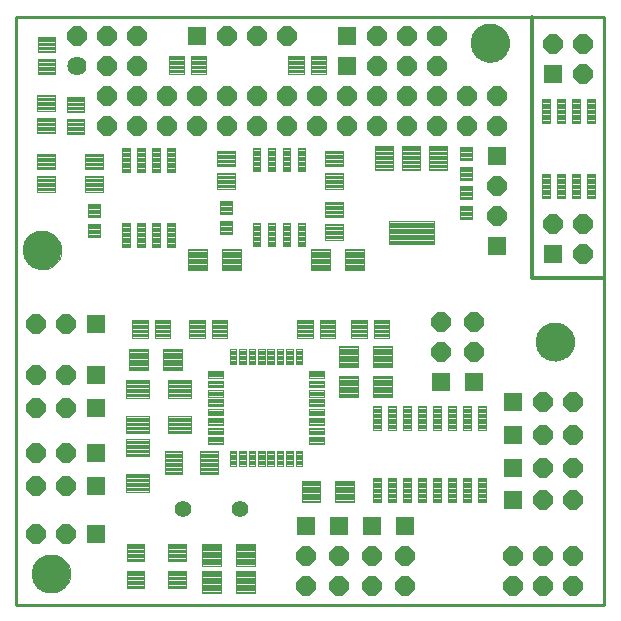
<source format=gts>
G75*
G70*
%OFA0B0*%
%FSLAX24Y24*%
%IPPOS*%
%LPD*%
%AMOC8*
5,1,8,0,0,1.08239X$1,22.5*
%
%ADD10C,0.0000*%
%ADD11C,0.1300*%
%ADD12C,0.0100*%
%ADD13C,0.0120*%
%ADD14OC8,0.0640*%
%ADD15C,0.0040*%
%ADD16C,0.0044*%
%ADD17C,0.0560*%
%ADD18C,0.0042*%
%ADD19C,0.0042*%
%ADD20C,0.0640*%
%ADD21R,0.0640X0.0640*%
%ADD22C,0.0044*%
%ADD23C,0.0041*%
%ADD24C,0.0043*%
D10*
X000873Y001262D02*
X000875Y001312D01*
X000881Y001362D01*
X000891Y001411D01*
X000905Y001459D01*
X000922Y001506D01*
X000943Y001551D01*
X000968Y001595D01*
X000996Y001636D01*
X001028Y001675D01*
X001062Y001712D01*
X001099Y001746D01*
X001139Y001776D01*
X001181Y001803D01*
X001225Y001827D01*
X001271Y001848D01*
X001318Y001864D01*
X001366Y001877D01*
X001416Y001886D01*
X001465Y001891D01*
X001516Y001892D01*
X001566Y001889D01*
X001615Y001882D01*
X001664Y001871D01*
X001712Y001856D01*
X001758Y001838D01*
X001803Y001816D01*
X001846Y001790D01*
X001887Y001761D01*
X001926Y001729D01*
X001962Y001694D01*
X001994Y001656D01*
X002024Y001616D01*
X002051Y001573D01*
X002074Y001529D01*
X002093Y001483D01*
X002109Y001435D01*
X002121Y001386D01*
X002129Y001337D01*
X002133Y001287D01*
X002133Y001237D01*
X002129Y001187D01*
X002121Y001138D01*
X002109Y001089D01*
X002093Y001041D01*
X002074Y000995D01*
X002051Y000951D01*
X002024Y000908D01*
X001994Y000868D01*
X001962Y000830D01*
X001926Y000795D01*
X001887Y000763D01*
X001846Y000734D01*
X001803Y000708D01*
X001758Y000686D01*
X001712Y000668D01*
X001664Y000653D01*
X001615Y000642D01*
X001566Y000635D01*
X001516Y000632D01*
X001465Y000633D01*
X001416Y000638D01*
X001366Y000647D01*
X001318Y000660D01*
X001271Y000676D01*
X001225Y000697D01*
X001181Y000721D01*
X001139Y000748D01*
X001099Y000778D01*
X001062Y000812D01*
X001028Y000849D01*
X000996Y000888D01*
X000968Y000929D01*
X000943Y000973D01*
X000922Y001018D01*
X000905Y001065D01*
X000891Y001113D01*
X000881Y001162D01*
X000875Y001212D01*
X000873Y001262D01*
X017663Y008992D02*
X017665Y009042D01*
X017671Y009092D01*
X017681Y009141D01*
X017695Y009189D01*
X017712Y009236D01*
X017733Y009281D01*
X017758Y009325D01*
X017786Y009366D01*
X017818Y009405D01*
X017852Y009442D01*
X017889Y009476D01*
X017929Y009506D01*
X017971Y009533D01*
X018015Y009557D01*
X018061Y009578D01*
X018108Y009594D01*
X018156Y009607D01*
X018206Y009616D01*
X018255Y009621D01*
X018306Y009622D01*
X018356Y009619D01*
X018405Y009612D01*
X018454Y009601D01*
X018502Y009586D01*
X018548Y009568D01*
X018593Y009546D01*
X018636Y009520D01*
X018677Y009491D01*
X018716Y009459D01*
X018752Y009424D01*
X018784Y009386D01*
X018814Y009346D01*
X018841Y009303D01*
X018864Y009259D01*
X018883Y009213D01*
X018899Y009165D01*
X018911Y009116D01*
X018919Y009067D01*
X018923Y009017D01*
X018923Y008967D01*
X018919Y008917D01*
X018911Y008868D01*
X018899Y008819D01*
X018883Y008771D01*
X018864Y008725D01*
X018841Y008681D01*
X018814Y008638D01*
X018784Y008598D01*
X018752Y008560D01*
X018716Y008525D01*
X018677Y008493D01*
X018636Y008464D01*
X018593Y008438D01*
X018548Y008416D01*
X018502Y008398D01*
X018454Y008383D01*
X018405Y008372D01*
X018356Y008365D01*
X018306Y008362D01*
X018255Y008363D01*
X018206Y008368D01*
X018156Y008377D01*
X018108Y008390D01*
X018061Y008406D01*
X018015Y008427D01*
X017971Y008451D01*
X017929Y008478D01*
X017889Y008508D01*
X017852Y008542D01*
X017818Y008579D01*
X017786Y008618D01*
X017758Y008659D01*
X017733Y008703D01*
X017712Y008748D01*
X017695Y008795D01*
X017681Y008843D01*
X017671Y008892D01*
X017665Y008942D01*
X017663Y008992D01*
X000573Y012032D02*
X000575Y012082D01*
X000581Y012132D01*
X000591Y012181D01*
X000605Y012229D01*
X000622Y012276D01*
X000643Y012321D01*
X000668Y012365D01*
X000696Y012406D01*
X000728Y012445D01*
X000762Y012482D01*
X000799Y012516D01*
X000839Y012546D01*
X000881Y012573D01*
X000925Y012597D01*
X000971Y012618D01*
X001018Y012634D01*
X001066Y012647D01*
X001116Y012656D01*
X001165Y012661D01*
X001216Y012662D01*
X001266Y012659D01*
X001315Y012652D01*
X001364Y012641D01*
X001412Y012626D01*
X001458Y012608D01*
X001503Y012586D01*
X001546Y012560D01*
X001587Y012531D01*
X001626Y012499D01*
X001662Y012464D01*
X001694Y012426D01*
X001724Y012386D01*
X001751Y012343D01*
X001774Y012299D01*
X001793Y012253D01*
X001809Y012205D01*
X001821Y012156D01*
X001829Y012107D01*
X001833Y012057D01*
X001833Y012007D01*
X001829Y011957D01*
X001821Y011908D01*
X001809Y011859D01*
X001793Y011811D01*
X001774Y011765D01*
X001751Y011721D01*
X001724Y011678D01*
X001694Y011638D01*
X001662Y011600D01*
X001626Y011565D01*
X001587Y011533D01*
X001546Y011504D01*
X001503Y011478D01*
X001458Y011456D01*
X001412Y011438D01*
X001364Y011423D01*
X001315Y011412D01*
X001266Y011405D01*
X001216Y011402D01*
X001165Y011403D01*
X001116Y011408D01*
X001066Y011417D01*
X001018Y011430D01*
X000971Y011446D01*
X000925Y011467D01*
X000881Y011491D01*
X000839Y011518D01*
X000799Y011548D01*
X000762Y011582D01*
X000728Y011619D01*
X000696Y011658D01*
X000668Y011699D01*
X000643Y011743D01*
X000622Y011788D01*
X000605Y011835D01*
X000591Y011883D01*
X000581Y011932D01*
X000575Y011982D01*
X000573Y012032D01*
X015493Y018952D02*
X015495Y019002D01*
X015501Y019052D01*
X015511Y019101D01*
X015525Y019149D01*
X015542Y019196D01*
X015563Y019241D01*
X015588Y019285D01*
X015616Y019326D01*
X015648Y019365D01*
X015682Y019402D01*
X015719Y019436D01*
X015759Y019466D01*
X015801Y019493D01*
X015845Y019517D01*
X015891Y019538D01*
X015938Y019554D01*
X015986Y019567D01*
X016036Y019576D01*
X016085Y019581D01*
X016136Y019582D01*
X016186Y019579D01*
X016235Y019572D01*
X016284Y019561D01*
X016332Y019546D01*
X016378Y019528D01*
X016423Y019506D01*
X016466Y019480D01*
X016507Y019451D01*
X016546Y019419D01*
X016582Y019384D01*
X016614Y019346D01*
X016644Y019306D01*
X016671Y019263D01*
X016694Y019219D01*
X016713Y019173D01*
X016729Y019125D01*
X016741Y019076D01*
X016749Y019027D01*
X016753Y018977D01*
X016753Y018927D01*
X016749Y018877D01*
X016741Y018828D01*
X016729Y018779D01*
X016713Y018731D01*
X016694Y018685D01*
X016671Y018641D01*
X016644Y018598D01*
X016614Y018558D01*
X016582Y018520D01*
X016546Y018485D01*
X016507Y018453D01*
X016466Y018424D01*
X016423Y018398D01*
X016378Y018376D01*
X016332Y018358D01*
X016284Y018343D01*
X016235Y018332D01*
X016186Y018325D01*
X016136Y018322D01*
X016085Y018323D01*
X016036Y018328D01*
X015986Y018337D01*
X015938Y018350D01*
X015891Y018366D01*
X015845Y018387D01*
X015801Y018411D01*
X015759Y018438D01*
X015719Y018468D01*
X015682Y018502D01*
X015648Y018539D01*
X015616Y018578D01*
X015588Y018619D01*
X015563Y018663D01*
X015542Y018708D01*
X015525Y018755D01*
X015511Y018803D01*
X015501Y018852D01*
X015495Y018902D01*
X015493Y018952D01*
D11*
X016123Y018952D03*
X001203Y012032D03*
X018293Y008992D03*
X001503Y001262D03*
D12*
X000333Y000222D02*
X000333Y019822D01*
X017533Y019822D01*
X019933Y019822D01*
X019933Y011122D01*
X019933Y000222D01*
X000333Y000222D01*
D13*
X017533Y011122D02*
X017533Y019822D01*
X017533Y011122D02*
X019933Y011122D01*
D14*
X019233Y011922D03*
X019233Y012922D03*
X018233Y012922D03*
X016371Y013182D03*
X016371Y014182D03*
X016373Y016182D03*
X015363Y016182D03*
X014363Y016182D03*
X013363Y016182D03*
X012363Y016182D03*
X011363Y016182D03*
X010363Y016182D03*
X009363Y016182D03*
X008363Y016182D03*
X007363Y016182D03*
X006363Y016182D03*
X005363Y016182D03*
X004363Y016182D03*
X003363Y016182D03*
X003363Y017182D03*
X004363Y017182D03*
X005363Y017182D03*
X006363Y017182D03*
X007363Y017182D03*
X008363Y017182D03*
X009363Y017182D03*
X010363Y017182D03*
X011363Y017182D03*
X012363Y017182D03*
X013363Y017182D03*
X014363Y017182D03*
X015363Y017182D03*
X016373Y017182D03*
X014373Y018182D03*
X013373Y018182D03*
X012373Y018182D03*
X012370Y019178D03*
X013370Y019178D03*
X014370Y019178D03*
X018232Y018916D03*
X019232Y018916D03*
X019232Y017916D03*
X009370Y019187D03*
X008370Y019187D03*
X007370Y019187D03*
X004369Y019173D03*
X003369Y019173D03*
X002369Y019173D03*
X003369Y018173D03*
X004369Y018173D03*
X014483Y009652D03*
X015583Y009652D03*
X015583Y008652D03*
X014483Y008652D03*
X017883Y006995D03*
X018883Y006995D03*
X018883Y005895D03*
X017883Y005895D03*
X017883Y004795D03*
X018883Y004795D03*
X018883Y003698D03*
X017883Y003698D03*
X017878Y001852D03*
X016878Y001852D03*
X016878Y000852D03*
X017878Y000852D03*
X018878Y000852D03*
X018878Y001852D03*
X013283Y001852D03*
X012183Y001852D03*
X011083Y001852D03*
X009983Y001852D03*
X009983Y000852D03*
X011083Y000852D03*
X012183Y000852D03*
X013283Y000852D03*
X001983Y002582D03*
X000983Y002582D03*
X000983Y004185D03*
X001983Y004185D03*
X001983Y005288D03*
X000983Y005288D03*
X000983Y006785D03*
X001983Y006785D03*
X001983Y007889D03*
X000983Y007889D03*
X000982Y009582D03*
X001982Y009582D03*
D15*
X004098Y008752D02*
X004728Y008752D01*
X004728Y008042D01*
X004098Y008042D01*
X004098Y008752D01*
X004098Y008081D02*
X004728Y008081D01*
X004728Y008120D02*
X004098Y008120D01*
X004098Y008159D02*
X004728Y008159D01*
X004728Y008198D02*
X004098Y008198D01*
X004098Y008237D02*
X004728Y008237D01*
X004728Y008276D02*
X004098Y008276D01*
X004098Y008315D02*
X004728Y008315D01*
X004728Y008354D02*
X004098Y008354D01*
X004098Y008393D02*
X004728Y008393D01*
X004728Y008432D02*
X004098Y008432D01*
X004098Y008471D02*
X004728Y008471D01*
X004728Y008510D02*
X004098Y008510D01*
X004098Y008549D02*
X004728Y008549D01*
X004728Y008588D02*
X004098Y008588D01*
X004098Y008627D02*
X004728Y008627D01*
X004728Y008666D02*
X004098Y008666D01*
X004098Y008705D02*
X004728Y008705D01*
X004728Y008744D02*
X004098Y008744D01*
X005217Y008752D02*
X005847Y008752D01*
X005847Y008042D01*
X005217Y008042D01*
X005217Y008752D01*
X005217Y008081D02*
X005847Y008081D01*
X005847Y008120D02*
X005217Y008120D01*
X005217Y008159D02*
X005847Y008159D01*
X005847Y008198D02*
X005217Y008198D01*
X005217Y008237D02*
X005847Y008237D01*
X005847Y008276D02*
X005217Y008276D01*
X005217Y008315D02*
X005847Y008315D01*
X005847Y008354D02*
X005217Y008354D01*
X005217Y008393D02*
X005847Y008393D01*
X005847Y008432D02*
X005217Y008432D01*
X005217Y008471D02*
X005847Y008471D01*
X005847Y008510D02*
X005217Y008510D01*
X005217Y008549D02*
X005847Y008549D01*
X005847Y008588D02*
X005217Y008588D01*
X005217Y008627D02*
X005847Y008627D01*
X005847Y008666D02*
X005217Y008666D01*
X005217Y008705D02*
X005847Y008705D01*
X005847Y008744D02*
X005217Y008744D01*
X006058Y012077D02*
X006688Y012077D01*
X006688Y011367D01*
X006058Y011367D01*
X006058Y012077D01*
X006058Y011406D02*
X006688Y011406D01*
X006688Y011445D02*
X006058Y011445D01*
X006058Y011484D02*
X006688Y011484D01*
X006688Y011523D02*
X006058Y011523D01*
X006058Y011562D02*
X006688Y011562D01*
X006688Y011601D02*
X006058Y011601D01*
X006058Y011640D02*
X006688Y011640D01*
X006688Y011679D02*
X006058Y011679D01*
X006058Y011718D02*
X006688Y011718D01*
X006688Y011757D02*
X006058Y011757D01*
X006058Y011796D02*
X006688Y011796D01*
X006688Y011835D02*
X006058Y011835D01*
X006058Y011874D02*
X006688Y011874D01*
X006688Y011913D02*
X006058Y011913D01*
X006058Y011952D02*
X006688Y011952D01*
X006688Y011991D02*
X006058Y011991D01*
X006058Y012030D02*
X006688Y012030D01*
X006688Y012069D02*
X006058Y012069D01*
X007177Y012077D02*
X007807Y012077D01*
X007807Y011367D01*
X007177Y011367D01*
X007177Y012077D01*
X007177Y011406D02*
X007807Y011406D01*
X007807Y011445D02*
X007177Y011445D01*
X007177Y011484D02*
X007807Y011484D01*
X007807Y011523D02*
X007177Y011523D01*
X007177Y011562D02*
X007807Y011562D01*
X007807Y011601D02*
X007177Y011601D01*
X007177Y011640D02*
X007807Y011640D01*
X007807Y011679D02*
X007177Y011679D01*
X007177Y011718D02*
X007807Y011718D01*
X007807Y011757D02*
X007177Y011757D01*
X007177Y011796D02*
X007807Y011796D01*
X007807Y011835D02*
X007177Y011835D01*
X007177Y011874D02*
X007807Y011874D01*
X007807Y011913D02*
X007177Y011913D01*
X007177Y011952D02*
X007807Y011952D01*
X007807Y011991D02*
X007177Y011991D01*
X007177Y012030D02*
X007807Y012030D01*
X007807Y012069D02*
X007177Y012069D01*
X010158Y011367D02*
X010788Y011367D01*
X010158Y011367D02*
X010158Y012077D01*
X010788Y012077D01*
X010788Y011367D01*
X010788Y011406D02*
X010158Y011406D01*
X010158Y011445D02*
X010788Y011445D01*
X010788Y011484D02*
X010158Y011484D01*
X010158Y011523D02*
X010788Y011523D01*
X010788Y011562D02*
X010158Y011562D01*
X010158Y011601D02*
X010788Y011601D01*
X010788Y011640D02*
X010158Y011640D01*
X010158Y011679D02*
X010788Y011679D01*
X010788Y011718D02*
X010158Y011718D01*
X010158Y011757D02*
X010788Y011757D01*
X010788Y011796D02*
X010158Y011796D01*
X010158Y011835D02*
X010788Y011835D01*
X010788Y011874D02*
X010158Y011874D01*
X010158Y011913D02*
X010788Y011913D01*
X010788Y011952D02*
X010158Y011952D01*
X010158Y011991D02*
X010788Y011991D01*
X010788Y012030D02*
X010158Y012030D01*
X010158Y012069D02*
X010788Y012069D01*
X011277Y011367D02*
X011907Y011367D01*
X011277Y011367D02*
X011277Y012077D01*
X011907Y012077D01*
X011907Y011367D01*
X011907Y011406D02*
X011277Y011406D01*
X011277Y011445D02*
X011907Y011445D01*
X011907Y011484D02*
X011277Y011484D01*
X011277Y011523D02*
X011907Y011523D01*
X011907Y011562D02*
X011277Y011562D01*
X011277Y011601D02*
X011907Y011601D01*
X011907Y011640D02*
X011277Y011640D01*
X011277Y011679D02*
X011907Y011679D01*
X011907Y011718D02*
X011277Y011718D01*
X011277Y011757D02*
X011907Y011757D01*
X011907Y011796D02*
X011277Y011796D01*
X011277Y011835D02*
X011907Y011835D01*
X011907Y011874D02*
X011277Y011874D01*
X011277Y011913D02*
X011907Y011913D01*
X011907Y011952D02*
X011277Y011952D01*
X011277Y011991D02*
X011907Y011991D01*
X011907Y012030D02*
X011277Y012030D01*
X011277Y012069D02*
X011907Y012069D01*
X011728Y008847D02*
X011098Y008847D01*
X011728Y008847D02*
X011728Y008137D01*
X011098Y008137D01*
X011098Y008847D01*
X011098Y008176D02*
X011728Y008176D01*
X011728Y008215D02*
X011098Y008215D01*
X011098Y008254D02*
X011728Y008254D01*
X011728Y008293D02*
X011098Y008293D01*
X011098Y008332D02*
X011728Y008332D01*
X011728Y008371D02*
X011098Y008371D01*
X011098Y008410D02*
X011728Y008410D01*
X011728Y008449D02*
X011098Y008449D01*
X011098Y008488D02*
X011728Y008488D01*
X011728Y008527D02*
X011098Y008527D01*
X011098Y008566D02*
X011728Y008566D01*
X011728Y008605D02*
X011098Y008605D01*
X011098Y008644D02*
X011728Y008644D01*
X011728Y008683D02*
X011098Y008683D01*
X011098Y008722D02*
X011728Y008722D01*
X011728Y008761D02*
X011098Y008761D01*
X011098Y008800D02*
X011728Y008800D01*
X011728Y008839D02*
X011098Y008839D01*
X012217Y008847D02*
X012847Y008847D01*
X012847Y008137D01*
X012217Y008137D01*
X012217Y008847D01*
X012217Y008176D02*
X012847Y008176D01*
X012847Y008215D02*
X012217Y008215D01*
X012217Y008254D02*
X012847Y008254D01*
X012847Y008293D02*
X012217Y008293D01*
X012217Y008332D02*
X012847Y008332D01*
X012847Y008371D02*
X012217Y008371D01*
X012217Y008410D02*
X012847Y008410D01*
X012847Y008449D02*
X012217Y008449D01*
X012217Y008488D02*
X012847Y008488D01*
X012847Y008527D02*
X012217Y008527D01*
X012217Y008566D02*
X012847Y008566D01*
X012847Y008605D02*
X012217Y008605D01*
X012217Y008644D02*
X012847Y008644D01*
X012847Y008683D02*
X012217Y008683D01*
X012217Y008722D02*
X012847Y008722D01*
X012847Y008761D02*
X012217Y008761D01*
X012217Y008800D02*
X012847Y008800D01*
X012847Y008839D02*
X012217Y008839D01*
X012217Y007852D02*
X012847Y007852D01*
X012847Y007142D01*
X012217Y007142D01*
X012217Y007852D01*
X012217Y007181D02*
X012847Y007181D01*
X012847Y007220D02*
X012217Y007220D01*
X012217Y007259D02*
X012847Y007259D01*
X012847Y007298D02*
X012217Y007298D01*
X012217Y007337D02*
X012847Y007337D01*
X012847Y007376D02*
X012217Y007376D01*
X012217Y007415D02*
X012847Y007415D01*
X012847Y007454D02*
X012217Y007454D01*
X012217Y007493D02*
X012847Y007493D01*
X012847Y007532D02*
X012217Y007532D01*
X012217Y007571D02*
X012847Y007571D01*
X012847Y007610D02*
X012217Y007610D01*
X012217Y007649D02*
X012847Y007649D01*
X012847Y007688D02*
X012217Y007688D01*
X012217Y007727D02*
X012847Y007727D01*
X012847Y007766D02*
X012217Y007766D01*
X012217Y007805D02*
X012847Y007805D01*
X012847Y007844D02*
X012217Y007844D01*
X011728Y007852D02*
X011098Y007852D01*
X011728Y007852D02*
X011728Y007142D01*
X011098Y007142D01*
X011098Y007852D01*
X011098Y007181D02*
X011728Y007181D01*
X011728Y007220D02*
X011098Y007220D01*
X011098Y007259D02*
X011728Y007259D01*
X011728Y007298D02*
X011098Y007298D01*
X011098Y007337D02*
X011728Y007337D01*
X011728Y007376D02*
X011098Y007376D01*
X011098Y007415D02*
X011728Y007415D01*
X011728Y007454D02*
X011098Y007454D01*
X011098Y007493D02*
X011728Y007493D01*
X011728Y007532D02*
X011098Y007532D01*
X011098Y007571D02*
X011728Y007571D01*
X011728Y007610D02*
X011098Y007610D01*
X011098Y007649D02*
X011728Y007649D01*
X011728Y007688D02*
X011098Y007688D01*
X011098Y007727D02*
X011728Y007727D01*
X011728Y007766D02*
X011098Y007766D01*
X011098Y007805D02*
X011728Y007805D01*
X011728Y007844D02*
X011098Y007844D01*
X010962Y004362D02*
X011592Y004362D01*
X011592Y003652D01*
X010962Y003652D01*
X010962Y004362D01*
X010962Y003691D02*
X011592Y003691D01*
X011592Y003730D02*
X010962Y003730D01*
X010962Y003769D02*
X011592Y003769D01*
X011592Y003808D02*
X010962Y003808D01*
X010962Y003847D02*
X011592Y003847D01*
X011592Y003886D02*
X010962Y003886D01*
X010962Y003925D02*
X011592Y003925D01*
X011592Y003964D02*
X010962Y003964D01*
X010962Y004003D02*
X011592Y004003D01*
X011592Y004042D02*
X010962Y004042D01*
X010962Y004081D02*
X011592Y004081D01*
X011592Y004120D02*
X010962Y004120D01*
X010962Y004159D02*
X011592Y004159D01*
X011592Y004198D02*
X010962Y004198D01*
X010962Y004237D02*
X011592Y004237D01*
X011592Y004276D02*
X010962Y004276D01*
X010962Y004315D02*
X011592Y004315D01*
X011592Y004354D02*
X010962Y004354D01*
X010473Y004362D02*
X009843Y004362D01*
X010473Y004362D02*
X010473Y003652D01*
X009843Y003652D01*
X009843Y004362D01*
X009843Y003691D02*
X010473Y003691D01*
X010473Y003730D02*
X009843Y003730D01*
X009843Y003769D02*
X010473Y003769D01*
X010473Y003808D02*
X009843Y003808D01*
X009843Y003847D02*
X010473Y003847D01*
X010473Y003886D02*
X009843Y003886D01*
X009843Y003925D02*
X010473Y003925D01*
X010473Y003964D02*
X009843Y003964D01*
X009843Y004003D02*
X010473Y004003D01*
X010473Y004042D02*
X009843Y004042D01*
X009843Y004081D02*
X010473Y004081D01*
X010473Y004120D02*
X009843Y004120D01*
X009843Y004159D02*
X010473Y004159D01*
X010473Y004198D02*
X009843Y004198D01*
X009843Y004237D02*
X010473Y004237D01*
X010473Y004276D02*
X009843Y004276D01*
X009843Y004315D02*
X010473Y004315D01*
X010473Y004354D02*
X009843Y004354D01*
X008287Y002237D02*
X007657Y002237D01*
X008287Y002237D02*
X008287Y001527D01*
X007657Y001527D01*
X007657Y002237D01*
X007657Y001566D02*
X008287Y001566D01*
X008287Y001605D02*
X007657Y001605D01*
X007657Y001644D02*
X008287Y001644D01*
X008287Y001683D02*
X007657Y001683D01*
X007657Y001722D02*
X008287Y001722D01*
X008287Y001761D02*
X007657Y001761D01*
X007657Y001800D02*
X008287Y001800D01*
X008287Y001839D02*
X007657Y001839D01*
X007657Y001878D02*
X008287Y001878D01*
X008287Y001917D02*
X007657Y001917D01*
X007657Y001956D02*
X008287Y001956D01*
X008287Y001995D02*
X007657Y001995D01*
X007657Y002034D02*
X008287Y002034D01*
X008287Y002073D02*
X007657Y002073D01*
X007657Y002112D02*
X008287Y002112D01*
X008287Y002151D02*
X007657Y002151D01*
X007657Y002190D02*
X008287Y002190D01*
X008287Y002229D02*
X007657Y002229D01*
X007168Y002237D02*
X006538Y002237D01*
X007168Y002237D02*
X007168Y001527D01*
X006538Y001527D01*
X006538Y002237D01*
X006538Y001566D02*
X007168Y001566D01*
X007168Y001605D02*
X006538Y001605D01*
X006538Y001644D02*
X007168Y001644D01*
X007168Y001683D02*
X006538Y001683D01*
X006538Y001722D02*
X007168Y001722D01*
X007168Y001761D02*
X006538Y001761D01*
X006538Y001800D02*
X007168Y001800D01*
X007168Y001839D02*
X006538Y001839D01*
X006538Y001878D02*
X007168Y001878D01*
X007168Y001917D02*
X006538Y001917D01*
X006538Y001956D02*
X007168Y001956D01*
X007168Y001995D02*
X006538Y001995D01*
X006538Y002034D02*
X007168Y002034D01*
X007168Y002073D02*
X006538Y002073D01*
X006538Y002112D02*
X007168Y002112D01*
X007168Y002151D02*
X006538Y002151D01*
X006538Y002190D02*
X007168Y002190D01*
X007168Y002229D02*
X006538Y002229D01*
X006538Y001332D02*
X007168Y001332D01*
X007168Y000622D01*
X006538Y000622D01*
X006538Y001332D01*
X006538Y000661D02*
X007168Y000661D01*
X007168Y000700D02*
X006538Y000700D01*
X006538Y000739D02*
X007168Y000739D01*
X007168Y000778D02*
X006538Y000778D01*
X006538Y000817D02*
X007168Y000817D01*
X007168Y000856D02*
X006538Y000856D01*
X006538Y000895D02*
X007168Y000895D01*
X007168Y000934D02*
X006538Y000934D01*
X006538Y000973D02*
X007168Y000973D01*
X007168Y001012D02*
X006538Y001012D01*
X006538Y001051D02*
X007168Y001051D01*
X007168Y001090D02*
X006538Y001090D01*
X006538Y001129D02*
X007168Y001129D01*
X007168Y001168D02*
X006538Y001168D01*
X006538Y001207D02*
X007168Y001207D01*
X007168Y001246D02*
X006538Y001246D01*
X006538Y001285D02*
X007168Y001285D01*
X007168Y001324D02*
X006538Y001324D01*
X007657Y001332D02*
X008287Y001332D01*
X008287Y000622D01*
X007657Y000622D01*
X007657Y001332D01*
X007657Y000661D02*
X008287Y000661D01*
X008287Y000700D02*
X007657Y000700D01*
X007657Y000739D02*
X008287Y000739D01*
X008287Y000778D02*
X007657Y000778D01*
X007657Y000817D02*
X008287Y000817D01*
X008287Y000856D02*
X007657Y000856D01*
X007657Y000895D02*
X008287Y000895D01*
X008287Y000934D02*
X007657Y000934D01*
X007657Y000973D02*
X008287Y000973D01*
X008287Y001012D02*
X007657Y001012D01*
X007657Y001051D02*
X008287Y001051D01*
X008287Y001090D02*
X007657Y001090D01*
X007657Y001129D02*
X008287Y001129D01*
X008287Y001168D02*
X007657Y001168D01*
X007657Y001207D02*
X008287Y001207D01*
X008287Y001246D02*
X007657Y001246D01*
X007657Y001285D02*
X008287Y001285D01*
X008287Y001324D02*
X007657Y001324D01*
D16*
X005394Y001355D02*
X005394Y000769D01*
X005394Y001355D02*
X005980Y001355D01*
X005980Y000769D01*
X005394Y000769D01*
X005394Y000812D02*
X005980Y000812D01*
X005980Y000855D02*
X005394Y000855D01*
X005394Y000898D02*
X005980Y000898D01*
X005980Y000941D02*
X005394Y000941D01*
X005394Y000984D02*
X005980Y000984D01*
X005980Y001027D02*
X005394Y001027D01*
X005394Y001070D02*
X005980Y001070D01*
X005980Y001113D02*
X005394Y001113D01*
X005394Y001156D02*
X005980Y001156D01*
X005980Y001199D02*
X005394Y001199D01*
X005394Y001242D02*
X005980Y001242D01*
X005980Y001285D02*
X005394Y001285D01*
X005394Y001328D02*
X005980Y001328D01*
X005389Y001669D02*
X005389Y002255D01*
X005975Y002255D01*
X005975Y001669D01*
X005389Y001669D01*
X005389Y001712D02*
X005975Y001712D01*
X005975Y001755D02*
X005389Y001755D01*
X005389Y001798D02*
X005975Y001798D01*
X005975Y001841D02*
X005389Y001841D01*
X005389Y001884D02*
X005975Y001884D01*
X005975Y001927D02*
X005389Y001927D01*
X005389Y001970D02*
X005975Y001970D01*
X005975Y002013D02*
X005389Y002013D01*
X005389Y002056D02*
X005975Y002056D01*
X005975Y002099D02*
X005389Y002099D01*
X005389Y002142D02*
X005975Y002142D01*
X005975Y002185D02*
X005389Y002185D01*
X005389Y002228D02*
X005975Y002228D01*
X004011Y002255D02*
X004011Y001669D01*
X004011Y002255D02*
X004597Y002255D01*
X004597Y001669D01*
X004011Y001669D01*
X004011Y001712D02*
X004597Y001712D01*
X004597Y001755D02*
X004011Y001755D01*
X004011Y001798D02*
X004597Y001798D01*
X004597Y001841D02*
X004011Y001841D01*
X004011Y001884D02*
X004597Y001884D01*
X004597Y001927D02*
X004011Y001927D01*
X004011Y001970D02*
X004597Y001970D01*
X004597Y002013D02*
X004011Y002013D01*
X004011Y002056D02*
X004597Y002056D01*
X004597Y002099D02*
X004011Y002099D01*
X004011Y002142D02*
X004597Y002142D01*
X004597Y002185D02*
X004011Y002185D01*
X004011Y002228D02*
X004597Y002228D01*
X004016Y001355D02*
X004016Y000769D01*
X004016Y001355D02*
X004602Y001355D01*
X004602Y000769D01*
X004016Y000769D01*
X004016Y000812D02*
X004602Y000812D01*
X004602Y000855D02*
X004016Y000855D01*
X004016Y000898D02*
X004602Y000898D01*
X004602Y000941D02*
X004016Y000941D01*
X004016Y000984D02*
X004602Y000984D01*
X004602Y001027D02*
X004016Y001027D01*
X004016Y001070D02*
X004602Y001070D01*
X004602Y001113D02*
X004016Y001113D01*
X004016Y001156D02*
X004602Y001156D01*
X004602Y001199D02*
X004016Y001199D01*
X004016Y001242D02*
X004602Y001242D01*
X004602Y001285D02*
X004016Y001285D01*
X004016Y001328D02*
X004602Y001328D01*
X003977Y003993D02*
X003977Y004579D01*
X004759Y004579D01*
X004759Y003993D01*
X003977Y003993D01*
X003977Y004036D02*
X004759Y004036D01*
X004759Y004079D02*
X003977Y004079D01*
X003977Y004122D02*
X004759Y004122D01*
X004759Y004165D02*
X003977Y004165D01*
X003977Y004208D02*
X004759Y004208D01*
X004759Y004251D02*
X003977Y004251D01*
X003977Y004294D02*
X004759Y004294D01*
X004759Y004337D02*
X003977Y004337D01*
X003977Y004380D02*
X004759Y004380D01*
X004759Y004423D02*
X003977Y004423D01*
X003977Y004466D02*
X004759Y004466D01*
X004759Y004509D02*
X003977Y004509D01*
X003977Y004552D02*
X004759Y004552D01*
X005276Y004572D02*
X005862Y004572D01*
X005276Y004572D02*
X005276Y005354D01*
X005862Y005354D01*
X005862Y004572D01*
X005862Y004615D02*
X005276Y004615D01*
X005276Y004658D02*
X005862Y004658D01*
X005862Y004701D02*
X005276Y004701D01*
X005276Y004744D02*
X005862Y004744D01*
X005862Y004787D02*
X005276Y004787D01*
X005276Y004830D02*
X005862Y004830D01*
X005862Y004873D02*
X005276Y004873D01*
X005276Y004916D02*
X005862Y004916D01*
X005862Y004959D02*
X005276Y004959D01*
X005276Y005002D02*
X005862Y005002D01*
X005862Y005045D02*
X005276Y005045D01*
X005276Y005088D02*
X005862Y005088D01*
X005862Y005131D02*
X005276Y005131D01*
X005276Y005174D02*
X005862Y005174D01*
X005862Y005217D02*
X005276Y005217D01*
X005276Y005260D02*
X005862Y005260D01*
X005862Y005303D02*
X005276Y005303D01*
X005276Y005346D02*
X005862Y005346D01*
X006457Y004572D02*
X007043Y004572D01*
X006457Y004572D02*
X006457Y005354D01*
X007043Y005354D01*
X007043Y004572D01*
X007043Y004615D02*
X006457Y004615D01*
X006457Y004658D02*
X007043Y004658D01*
X007043Y004701D02*
X006457Y004701D01*
X006457Y004744D02*
X007043Y004744D01*
X007043Y004787D02*
X006457Y004787D01*
X006457Y004830D02*
X007043Y004830D01*
X007043Y004873D02*
X006457Y004873D01*
X006457Y004916D02*
X007043Y004916D01*
X007043Y004959D02*
X006457Y004959D01*
X006457Y005002D02*
X007043Y005002D01*
X007043Y005045D02*
X006457Y005045D01*
X006457Y005088D02*
X007043Y005088D01*
X007043Y005131D02*
X006457Y005131D01*
X006457Y005174D02*
X007043Y005174D01*
X007043Y005217D02*
X006457Y005217D01*
X006457Y005260D02*
X007043Y005260D01*
X007043Y005303D02*
X006457Y005303D01*
X006457Y005346D02*
X007043Y005346D01*
X006164Y005943D02*
X006164Y006529D01*
X006164Y005943D02*
X005382Y005943D01*
X005382Y006529D01*
X006164Y006529D01*
X006164Y005986D02*
X005382Y005986D01*
X005382Y006029D02*
X006164Y006029D01*
X006164Y006072D02*
X005382Y006072D01*
X005382Y006115D02*
X006164Y006115D01*
X006164Y006158D02*
X005382Y006158D01*
X005382Y006201D02*
X006164Y006201D01*
X006164Y006244D02*
X005382Y006244D01*
X005382Y006287D02*
X006164Y006287D01*
X006164Y006330D02*
X005382Y006330D01*
X005382Y006373D02*
X006164Y006373D01*
X006164Y006416D02*
X005382Y006416D01*
X005382Y006459D02*
X006164Y006459D01*
X006164Y006502D02*
X005382Y006502D01*
X004764Y006529D02*
X004764Y005943D01*
X003982Y005943D01*
X003982Y006529D01*
X004764Y006529D01*
X004764Y005986D02*
X003982Y005986D01*
X003982Y006029D02*
X004764Y006029D01*
X004764Y006072D02*
X003982Y006072D01*
X003982Y006115D02*
X004764Y006115D01*
X004764Y006158D02*
X003982Y006158D01*
X003982Y006201D02*
X004764Y006201D01*
X004764Y006244D02*
X003982Y006244D01*
X003982Y006287D02*
X004764Y006287D01*
X004764Y006330D02*
X003982Y006330D01*
X003982Y006373D02*
X004764Y006373D01*
X004764Y006416D02*
X003982Y006416D01*
X003982Y006459D02*
X004764Y006459D01*
X004764Y006502D02*
X003982Y006502D01*
X004764Y007124D02*
X004764Y007710D01*
X004764Y007124D02*
X003982Y007124D01*
X003982Y007710D01*
X004764Y007710D01*
X004764Y007167D02*
X003982Y007167D01*
X003982Y007210D02*
X004764Y007210D01*
X004764Y007253D02*
X003982Y007253D01*
X003982Y007296D02*
X004764Y007296D01*
X004764Y007339D02*
X003982Y007339D01*
X003982Y007382D02*
X004764Y007382D01*
X004764Y007425D02*
X003982Y007425D01*
X003982Y007468D02*
X004764Y007468D01*
X004764Y007511D02*
X003982Y007511D01*
X003982Y007554D02*
X004764Y007554D01*
X004764Y007597D02*
X003982Y007597D01*
X003982Y007640D02*
X004764Y007640D01*
X004764Y007683D02*
X003982Y007683D01*
X006164Y007710D02*
X006164Y007124D01*
X005382Y007124D01*
X005382Y007710D01*
X006164Y007710D01*
X006164Y007167D02*
X005382Y007167D01*
X005382Y007210D02*
X006164Y007210D01*
X006164Y007253D02*
X005382Y007253D01*
X005382Y007296D02*
X006164Y007296D01*
X006164Y007339D02*
X005382Y007339D01*
X005382Y007382D02*
X006164Y007382D01*
X006164Y007425D02*
X005382Y007425D01*
X005382Y007468D02*
X006164Y007468D01*
X006164Y007511D02*
X005382Y007511D01*
X005382Y007554D02*
X006164Y007554D01*
X006164Y007597D02*
X005382Y007597D01*
X005382Y007640D02*
X006164Y007640D01*
X006164Y007683D02*
X005382Y007683D01*
X005461Y009715D02*
X004953Y009715D01*
X005461Y009715D02*
X005461Y009129D01*
X004953Y009129D01*
X004953Y009715D01*
X004953Y009172D02*
X005461Y009172D01*
X005461Y009215D02*
X004953Y009215D01*
X004953Y009258D02*
X005461Y009258D01*
X005461Y009301D02*
X004953Y009301D01*
X004953Y009344D02*
X005461Y009344D01*
X005461Y009387D02*
X004953Y009387D01*
X004953Y009430D02*
X005461Y009430D01*
X005461Y009473D02*
X004953Y009473D01*
X004953Y009516D02*
X005461Y009516D01*
X005461Y009559D02*
X004953Y009559D01*
X004953Y009602D02*
X005461Y009602D01*
X005461Y009645D02*
X004953Y009645D01*
X004953Y009688D02*
X005461Y009688D01*
X006105Y009129D02*
X006613Y009129D01*
X006105Y009129D02*
X006105Y009715D01*
X006613Y009715D01*
X006613Y009129D01*
X006613Y009172D02*
X006105Y009172D01*
X006105Y009215D02*
X006613Y009215D01*
X006613Y009258D02*
X006105Y009258D01*
X006105Y009301D02*
X006613Y009301D01*
X006613Y009344D02*
X006105Y009344D01*
X006105Y009387D02*
X006613Y009387D01*
X006613Y009430D02*
X006105Y009430D01*
X006105Y009473D02*
X006613Y009473D01*
X006613Y009516D02*
X006105Y009516D01*
X006105Y009559D02*
X006613Y009559D01*
X006613Y009602D02*
X006105Y009602D01*
X006105Y009645D02*
X006613Y009645D01*
X006613Y009688D02*
X006105Y009688D01*
X006853Y009129D02*
X007361Y009129D01*
X006853Y009129D02*
X006853Y009715D01*
X007361Y009715D01*
X007361Y009129D01*
X007361Y009172D02*
X006853Y009172D01*
X006853Y009215D02*
X007361Y009215D01*
X007361Y009258D02*
X006853Y009258D01*
X006853Y009301D02*
X007361Y009301D01*
X007361Y009344D02*
X006853Y009344D01*
X006853Y009387D02*
X007361Y009387D01*
X007361Y009430D02*
X006853Y009430D01*
X006853Y009473D02*
X007361Y009473D01*
X007361Y009516D02*
X006853Y009516D01*
X006853Y009559D02*
X007361Y009559D01*
X007361Y009602D02*
X006853Y009602D01*
X006853Y009645D02*
X007361Y009645D01*
X007361Y009688D02*
X006853Y009688D01*
X004713Y009715D02*
X004205Y009715D01*
X004713Y009715D02*
X004713Y009129D01*
X004205Y009129D01*
X004205Y009715D01*
X004205Y009172D02*
X004713Y009172D01*
X004713Y009215D02*
X004205Y009215D01*
X004205Y009258D02*
X004713Y009258D01*
X004713Y009301D02*
X004205Y009301D01*
X004205Y009344D02*
X004713Y009344D01*
X004713Y009387D02*
X004205Y009387D01*
X004205Y009430D02*
X004713Y009430D01*
X004713Y009473D02*
X004205Y009473D01*
X004205Y009516D02*
X004713Y009516D01*
X004713Y009559D02*
X004205Y009559D01*
X004205Y009602D02*
X004713Y009602D01*
X004713Y009645D02*
X004205Y009645D01*
X004205Y009688D02*
X004713Y009688D01*
X009705Y009715D02*
X010213Y009715D01*
X010213Y009129D01*
X009705Y009129D01*
X009705Y009715D01*
X009705Y009172D02*
X010213Y009172D01*
X010213Y009215D02*
X009705Y009215D01*
X009705Y009258D02*
X010213Y009258D01*
X010213Y009301D02*
X009705Y009301D01*
X009705Y009344D02*
X010213Y009344D01*
X010213Y009387D02*
X009705Y009387D01*
X009705Y009430D02*
X010213Y009430D01*
X010213Y009473D02*
X009705Y009473D01*
X009705Y009516D02*
X010213Y009516D01*
X010213Y009559D02*
X009705Y009559D01*
X009705Y009602D02*
X010213Y009602D01*
X010213Y009645D02*
X009705Y009645D01*
X009705Y009688D02*
X010213Y009688D01*
X010453Y009715D02*
X010961Y009715D01*
X010961Y009129D01*
X010453Y009129D01*
X010453Y009715D01*
X010453Y009172D02*
X010961Y009172D01*
X010961Y009215D02*
X010453Y009215D01*
X010453Y009258D02*
X010961Y009258D01*
X010961Y009301D02*
X010453Y009301D01*
X010453Y009344D02*
X010961Y009344D01*
X010961Y009387D02*
X010453Y009387D01*
X010453Y009430D02*
X010961Y009430D01*
X010961Y009473D02*
X010453Y009473D01*
X010453Y009516D02*
X010961Y009516D01*
X010961Y009559D02*
X010453Y009559D01*
X010453Y009602D02*
X010961Y009602D01*
X010961Y009645D02*
X010453Y009645D01*
X010453Y009688D02*
X010961Y009688D01*
X011505Y009715D02*
X012013Y009715D01*
X012013Y009129D01*
X011505Y009129D01*
X011505Y009715D01*
X011505Y009172D02*
X012013Y009172D01*
X012013Y009215D02*
X011505Y009215D01*
X011505Y009258D02*
X012013Y009258D01*
X012013Y009301D02*
X011505Y009301D01*
X011505Y009344D02*
X012013Y009344D01*
X012013Y009387D02*
X011505Y009387D01*
X011505Y009430D02*
X012013Y009430D01*
X012013Y009473D02*
X011505Y009473D01*
X011505Y009516D02*
X012013Y009516D01*
X012013Y009559D02*
X011505Y009559D01*
X011505Y009602D02*
X012013Y009602D01*
X012013Y009645D02*
X011505Y009645D01*
X011505Y009688D02*
X012013Y009688D01*
X012253Y009715D02*
X012761Y009715D01*
X012761Y009129D01*
X012253Y009129D01*
X012253Y009715D01*
X012253Y009172D02*
X012761Y009172D01*
X012761Y009215D02*
X012253Y009215D01*
X012253Y009258D02*
X012761Y009258D01*
X012761Y009301D02*
X012253Y009301D01*
X012253Y009344D02*
X012761Y009344D01*
X012761Y009387D02*
X012253Y009387D01*
X012253Y009430D02*
X012761Y009430D01*
X012761Y009473D02*
X012253Y009473D01*
X012253Y009516D02*
X012761Y009516D01*
X012761Y009559D02*
X012253Y009559D01*
X012253Y009602D02*
X012761Y009602D01*
X012761Y009645D02*
X012253Y009645D01*
X012253Y009688D02*
X012761Y009688D01*
X011226Y012394D02*
X011226Y012902D01*
X011226Y012394D02*
X010640Y012394D01*
X010640Y012902D01*
X011226Y012902D01*
X011226Y012437D02*
X010640Y012437D01*
X010640Y012480D02*
X011226Y012480D01*
X011226Y012523D02*
X010640Y012523D01*
X010640Y012566D02*
X011226Y012566D01*
X011226Y012609D02*
X010640Y012609D01*
X010640Y012652D02*
X011226Y012652D01*
X011226Y012695D02*
X010640Y012695D01*
X010640Y012738D02*
X011226Y012738D01*
X011226Y012781D02*
X010640Y012781D01*
X010640Y012824D02*
X011226Y012824D01*
X011226Y012867D02*
X010640Y012867D01*
X011226Y013142D02*
X011226Y013650D01*
X011226Y013142D02*
X010640Y013142D01*
X010640Y013650D01*
X011226Y013650D01*
X011226Y013185D02*
X010640Y013185D01*
X010640Y013228D02*
X011226Y013228D01*
X011226Y013271D02*
X010640Y013271D01*
X010640Y013314D02*
X011226Y013314D01*
X011226Y013357D02*
X010640Y013357D01*
X010640Y013400D02*
X011226Y013400D01*
X011226Y013443D02*
X010640Y013443D01*
X010640Y013486D02*
X011226Y013486D01*
X011226Y013529D02*
X010640Y013529D01*
X010640Y013572D02*
X011226Y013572D01*
X011226Y013615D02*
X010640Y013615D01*
X010640Y014094D02*
X010640Y014602D01*
X011226Y014602D01*
X011226Y014094D01*
X010640Y014094D01*
X010640Y014137D02*
X011226Y014137D01*
X011226Y014180D02*
X010640Y014180D01*
X010640Y014223D02*
X011226Y014223D01*
X011226Y014266D02*
X010640Y014266D01*
X010640Y014309D02*
X011226Y014309D01*
X011226Y014352D02*
X010640Y014352D01*
X010640Y014395D02*
X011226Y014395D01*
X011226Y014438D02*
X010640Y014438D01*
X010640Y014481D02*
X011226Y014481D01*
X011226Y014524D02*
X010640Y014524D01*
X010640Y014567D02*
X011226Y014567D01*
X010640Y014842D02*
X010640Y015350D01*
X011226Y015350D01*
X011226Y014842D01*
X010640Y014842D01*
X010640Y014885D02*
X011226Y014885D01*
X011226Y014928D02*
X010640Y014928D01*
X010640Y014971D02*
X011226Y014971D01*
X011226Y015014D02*
X010640Y015014D01*
X010640Y015057D02*
X011226Y015057D01*
X011226Y015100D02*
X010640Y015100D01*
X010640Y015143D02*
X011226Y015143D01*
X011226Y015186D02*
X010640Y015186D01*
X010640Y015229D02*
X011226Y015229D01*
X011226Y015272D02*
X010640Y015272D01*
X010640Y015315D02*
X011226Y015315D01*
X007040Y015350D02*
X007040Y014842D01*
X007040Y015350D02*
X007626Y015350D01*
X007626Y014842D01*
X007040Y014842D01*
X007040Y014885D02*
X007626Y014885D01*
X007626Y014928D02*
X007040Y014928D01*
X007040Y014971D02*
X007626Y014971D01*
X007626Y015014D02*
X007040Y015014D01*
X007040Y015057D02*
X007626Y015057D01*
X007626Y015100D02*
X007040Y015100D01*
X007040Y015143D02*
X007626Y015143D01*
X007626Y015186D02*
X007040Y015186D01*
X007040Y015229D02*
X007626Y015229D01*
X007626Y015272D02*
X007040Y015272D01*
X007040Y015315D02*
X007626Y015315D01*
X007040Y014602D02*
X007040Y014094D01*
X007040Y014602D02*
X007626Y014602D01*
X007626Y014094D01*
X007040Y014094D01*
X007040Y014137D02*
X007626Y014137D01*
X007626Y014180D02*
X007040Y014180D01*
X007040Y014223D02*
X007626Y014223D01*
X007626Y014266D02*
X007040Y014266D01*
X007040Y014309D02*
X007626Y014309D01*
X007626Y014352D02*
X007040Y014352D01*
X007040Y014395D02*
X007626Y014395D01*
X007626Y014438D02*
X007040Y014438D01*
X007040Y014481D02*
X007626Y014481D01*
X007626Y014524D02*
X007040Y014524D01*
X007040Y014567D02*
X007626Y014567D01*
X003226Y014502D02*
X003226Y013994D01*
X002640Y013994D01*
X002640Y014502D01*
X003226Y014502D01*
X003226Y014037D02*
X002640Y014037D01*
X002640Y014080D02*
X003226Y014080D01*
X003226Y014123D02*
X002640Y014123D01*
X002640Y014166D02*
X003226Y014166D01*
X003226Y014209D02*
X002640Y014209D01*
X002640Y014252D02*
X003226Y014252D01*
X003226Y014295D02*
X002640Y014295D01*
X002640Y014338D02*
X003226Y014338D01*
X003226Y014381D02*
X002640Y014381D01*
X002640Y014424D02*
X003226Y014424D01*
X003226Y014467D02*
X002640Y014467D01*
X003226Y014742D02*
X003226Y015250D01*
X003226Y014742D02*
X002640Y014742D01*
X002640Y015250D01*
X003226Y015250D01*
X003226Y014785D02*
X002640Y014785D01*
X002640Y014828D02*
X003226Y014828D01*
X003226Y014871D02*
X002640Y014871D01*
X002640Y014914D02*
X003226Y014914D01*
X003226Y014957D02*
X002640Y014957D01*
X002640Y015000D02*
X003226Y015000D01*
X003226Y015043D02*
X002640Y015043D01*
X002640Y015086D02*
X003226Y015086D01*
X003226Y015129D02*
X002640Y015129D01*
X002640Y015172D02*
X003226Y015172D01*
X003226Y015215D02*
X002640Y015215D01*
X001626Y015250D02*
X001626Y014742D01*
X001040Y014742D01*
X001040Y015250D01*
X001626Y015250D01*
X001626Y014785D02*
X001040Y014785D01*
X001040Y014828D02*
X001626Y014828D01*
X001626Y014871D02*
X001040Y014871D01*
X001040Y014914D02*
X001626Y014914D01*
X001626Y014957D02*
X001040Y014957D01*
X001040Y015000D02*
X001626Y015000D01*
X001626Y015043D02*
X001040Y015043D01*
X001040Y015086D02*
X001626Y015086D01*
X001626Y015129D02*
X001040Y015129D01*
X001040Y015172D02*
X001626Y015172D01*
X001626Y015215D02*
X001040Y015215D01*
X001626Y014502D02*
X001626Y013994D01*
X001040Y013994D01*
X001040Y014502D01*
X001626Y014502D01*
X001626Y014037D02*
X001040Y014037D01*
X001040Y014080D02*
X001626Y014080D01*
X001626Y014123D02*
X001040Y014123D01*
X001040Y014166D02*
X001626Y014166D01*
X001626Y014209D02*
X001040Y014209D01*
X001040Y014252D02*
X001626Y014252D01*
X001626Y014295D02*
X001040Y014295D01*
X001040Y014338D02*
X001626Y014338D01*
X001626Y014381D02*
X001040Y014381D01*
X001040Y014424D02*
X001626Y014424D01*
X001626Y014467D02*
X001040Y014467D01*
X001626Y015944D02*
X001626Y016452D01*
X001626Y015944D02*
X001040Y015944D01*
X001040Y016452D01*
X001626Y016452D01*
X001626Y015987D02*
X001040Y015987D01*
X001040Y016030D02*
X001626Y016030D01*
X001626Y016073D02*
X001040Y016073D01*
X001040Y016116D02*
X001626Y016116D01*
X001626Y016159D02*
X001040Y016159D01*
X001040Y016202D02*
X001626Y016202D01*
X001626Y016245D02*
X001040Y016245D01*
X001040Y016288D02*
X001626Y016288D01*
X001626Y016331D02*
X001040Y016331D01*
X001040Y016374D02*
X001626Y016374D01*
X001626Y016417D02*
X001040Y016417D01*
X001626Y016692D02*
X001626Y017200D01*
X001626Y016692D02*
X001040Y016692D01*
X001040Y017200D01*
X001626Y017200D01*
X001626Y016735D02*
X001040Y016735D01*
X001040Y016778D02*
X001626Y016778D01*
X001626Y016821D02*
X001040Y016821D01*
X001040Y016864D02*
X001626Y016864D01*
X001626Y016907D02*
X001040Y016907D01*
X001040Y016950D02*
X001626Y016950D01*
X001626Y016993D02*
X001040Y016993D01*
X001040Y017036D02*
X001626Y017036D01*
X001626Y017079D02*
X001040Y017079D01*
X001040Y017122D02*
X001626Y017122D01*
X001626Y017165D02*
X001040Y017165D01*
X002010Y017160D02*
X002010Y016652D01*
X002010Y017160D02*
X002596Y017160D01*
X002596Y016652D01*
X002010Y016652D01*
X002010Y016695D02*
X002596Y016695D01*
X002596Y016738D02*
X002010Y016738D01*
X002010Y016781D02*
X002596Y016781D01*
X002596Y016824D02*
X002010Y016824D01*
X002010Y016867D02*
X002596Y016867D01*
X002596Y016910D02*
X002010Y016910D01*
X002010Y016953D02*
X002596Y016953D01*
X002596Y016996D02*
X002010Y016996D01*
X002010Y017039D02*
X002596Y017039D01*
X002596Y017082D02*
X002010Y017082D01*
X002010Y017125D02*
X002596Y017125D01*
X002010Y016412D02*
X002010Y015904D01*
X002010Y016412D02*
X002596Y016412D01*
X002596Y015904D01*
X002010Y015904D01*
X002010Y015947D02*
X002596Y015947D01*
X002596Y015990D02*
X002010Y015990D01*
X002010Y016033D02*
X002596Y016033D01*
X002596Y016076D02*
X002010Y016076D01*
X002010Y016119D02*
X002596Y016119D01*
X002596Y016162D02*
X002010Y016162D01*
X002010Y016205D02*
X002596Y016205D01*
X002596Y016248D02*
X002010Y016248D01*
X002010Y016291D02*
X002596Y016291D01*
X002596Y016334D02*
X002010Y016334D01*
X002010Y016377D02*
X002596Y016377D01*
X001636Y017904D02*
X001636Y018412D01*
X001636Y017904D02*
X001050Y017904D01*
X001050Y018412D01*
X001636Y018412D01*
X001636Y017947D02*
X001050Y017947D01*
X001050Y017990D02*
X001636Y017990D01*
X001636Y018033D02*
X001050Y018033D01*
X001050Y018076D02*
X001636Y018076D01*
X001636Y018119D02*
X001050Y018119D01*
X001050Y018162D02*
X001636Y018162D01*
X001636Y018205D02*
X001050Y018205D01*
X001050Y018248D02*
X001636Y018248D01*
X001636Y018291D02*
X001050Y018291D01*
X001050Y018334D02*
X001636Y018334D01*
X001636Y018377D02*
X001050Y018377D01*
X001636Y018652D02*
X001636Y019160D01*
X001636Y018652D02*
X001050Y018652D01*
X001050Y019160D01*
X001636Y019160D01*
X001636Y018695D02*
X001050Y018695D01*
X001050Y018738D02*
X001636Y018738D01*
X001636Y018781D02*
X001050Y018781D01*
X001050Y018824D02*
X001636Y018824D01*
X001636Y018867D02*
X001050Y018867D01*
X001050Y018910D02*
X001636Y018910D01*
X001636Y018953D02*
X001050Y018953D01*
X001050Y018996D02*
X001636Y018996D01*
X001636Y019039D02*
X001050Y019039D01*
X001050Y019082D02*
X001636Y019082D01*
X001636Y019125D02*
X001050Y019125D01*
X005415Y018515D02*
X005923Y018515D01*
X005923Y017929D01*
X005415Y017929D01*
X005415Y018515D01*
X005415Y017972D02*
X005923Y017972D01*
X005923Y018015D02*
X005415Y018015D01*
X005415Y018058D02*
X005923Y018058D01*
X005923Y018101D02*
X005415Y018101D01*
X005415Y018144D02*
X005923Y018144D01*
X005923Y018187D02*
X005415Y018187D01*
X005415Y018230D02*
X005923Y018230D01*
X005923Y018273D02*
X005415Y018273D01*
X005415Y018316D02*
X005923Y018316D01*
X005923Y018359D02*
X005415Y018359D01*
X005415Y018402D02*
X005923Y018402D01*
X005923Y018445D02*
X005415Y018445D01*
X005415Y018488D02*
X005923Y018488D01*
X006163Y018515D02*
X006671Y018515D01*
X006671Y017929D01*
X006163Y017929D01*
X006163Y018515D01*
X006163Y017972D02*
X006671Y017972D01*
X006671Y018015D02*
X006163Y018015D01*
X006163Y018058D02*
X006671Y018058D01*
X006671Y018101D02*
X006163Y018101D01*
X006163Y018144D02*
X006671Y018144D01*
X006671Y018187D02*
X006163Y018187D01*
X006163Y018230D02*
X006671Y018230D01*
X006671Y018273D02*
X006163Y018273D01*
X006163Y018316D02*
X006671Y018316D01*
X006671Y018359D02*
X006163Y018359D01*
X006163Y018402D02*
X006671Y018402D01*
X006671Y018445D02*
X006163Y018445D01*
X006163Y018488D02*
X006671Y018488D01*
X009405Y017929D02*
X009913Y017929D01*
X009405Y017929D02*
X009405Y018515D01*
X009913Y018515D01*
X009913Y017929D01*
X009913Y017972D02*
X009405Y017972D01*
X009405Y018015D02*
X009913Y018015D01*
X009913Y018058D02*
X009405Y018058D01*
X009405Y018101D02*
X009913Y018101D01*
X009913Y018144D02*
X009405Y018144D01*
X009405Y018187D02*
X009913Y018187D01*
X009913Y018230D02*
X009405Y018230D01*
X009405Y018273D02*
X009913Y018273D01*
X009913Y018316D02*
X009405Y018316D01*
X009405Y018359D02*
X009913Y018359D01*
X009913Y018402D02*
X009405Y018402D01*
X009405Y018445D02*
X009913Y018445D01*
X009913Y018488D02*
X009405Y018488D01*
X010153Y017929D02*
X010661Y017929D01*
X010153Y017929D02*
X010153Y018515D01*
X010661Y018515D01*
X010661Y017929D01*
X010661Y017972D02*
X010153Y017972D01*
X010153Y018015D02*
X010661Y018015D01*
X010661Y018058D02*
X010153Y018058D01*
X010153Y018101D02*
X010661Y018101D01*
X010661Y018144D02*
X010153Y018144D01*
X010153Y018187D02*
X010661Y018187D01*
X010661Y018230D02*
X010153Y018230D01*
X010153Y018273D02*
X010661Y018273D01*
X010661Y018316D02*
X010153Y018316D01*
X010153Y018359D02*
X010661Y018359D01*
X010661Y018402D02*
X010153Y018402D01*
X010153Y018445D02*
X010661Y018445D01*
X010661Y018488D02*
X010153Y018488D01*
X003977Y005760D02*
X003977Y005174D01*
X003977Y005760D02*
X004759Y005760D01*
X004759Y005174D01*
X003977Y005174D01*
X003977Y005217D02*
X004759Y005217D01*
X004759Y005260D02*
X003977Y005260D01*
X003977Y005303D02*
X004759Y005303D01*
X004759Y005346D02*
X003977Y005346D01*
X003977Y005389D02*
X004759Y005389D01*
X004759Y005432D02*
X003977Y005432D01*
X003977Y005475D02*
X004759Y005475D01*
X004759Y005518D02*
X003977Y005518D01*
X003977Y005561D02*
X004759Y005561D01*
X004759Y005604D02*
X003977Y005604D01*
X003977Y005647D02*
X004759Y005647D01*
X004759Y005690D02*
X003977Y005690D01*
X003977Y005733D02*
X004759Y005733D01*
D17*
X005894Y003407D03*
X007794Y003407D03*
D18*
X012234Y003638D02*
X012492Y003638D01*
X012234Y003638D02*
X012234Y004436D01*
X012492Y004436D01*
X012492Y003638D01*
X012492Y003679D02*
X012234Y003679D01*
X012234Y003720D02*
X012492Y003720D01*
X012492Y003761D02*
X012234Y003761D01*
X012234Y003802D02*
X012492Y003802D01*
X012492Y003843D02*
X012234Y003843D01*
X012234Y003884D02*
X012492Y003884D01*
X012492Y003925D02*
X012234Y003925D01*
X012234Y003966D02*
X012492Y003966D01*
X012492Y004007D02*
X012234Y004007D01*
X012234Y004048D02*
X012492Y004048D01*
X012492Y004089D02*
X012234Y004089D01*
X012234Y004130D02*
X012492Y004130D01*
X012492Y004171D02*
X012234Y004171D01*
X012234Y004212D02*
X012492Y004212D01*
X012492Y004253D02*
X012234Y004253D01*
X012234Y004294D02*
X012492Y004294D01*
X012492Y004335D02*
X012234Y004335D01*
X012234Y004376D02*
X012492Y004376D01*
X012492Y004417D02*
X012234Y004417D01*
X012734Y003638D02*
X012992Y003638D01*
X012734Y003638D02*
X012734Y004436D01*
X012992Y004436D01*
X012992Y003638D01*
X012992Y003679D02*
X012734Y003679D01*
X012734Y003720D02*
X012992Y003720D01*
X012992Y003761D02*
X012734Y003761D01*
X012734Y003802D02*
X012992Y003802D01*
X012992Y003843D02*
X012734Y003843D01*
X012734Y003884D02*
X012992Y003884D01*
X012992Y003925D02*
X012734Y003925D01*
X012734Y003966D02*
X012992Y003966D01*
X012992Y004007D02*
X012734Y004007D01*
X012734Y004048D02*
X012992Y004048D01*
X012992Y004089D02*
X012734Y004089D01*
X012734Y004130D02*
X012992Y004130D01*
X012992Y004171D02*
X012734Y004171D01*
X012734Y004212D02*
X012992Y004212D01*
X012992Y004253D02*
X012734Y004253D01*
X012734Y004294D02*
X012992Y004294D01*
X012992Y004335D02*
X012734Y004335D01*
X012734Y004376D02*
X012992Y004376D01*
X012992Y004417D02*
X012734Y004417D01*
X013234Y003638D02*
X013492Y003638D01*
X013234Y003638D02*
X013234Y004436D01*
X013492Y004436D01*
X013492Y003638D01*
X013492Y003679D02*
X013234Y003679D01*
X013234Y003720D02*
X013492Y003720D01*
X013492Y003761D02*
X013234Y003761D01*
X013234Y003802D02*
X013492Y003802D01*
X013492Y003843D02*
X013234Y003843D01*
X013234Y003884D02*
X013492Y003884D01*
X013492Y003925D02*
X013234Y003925D01*
X013234Y003966D02*
X013492Y003966D01*
X013492Y004007D02*
X013234Y004007D01*
X013234Y004048D02*
X013492Y004048D01*
X013492Y004089D02*
X013234Y004089D01*
X013234Y004130D02*
X013492Y004130D01*
X013492Y004171D02*
X013234Y004171D01*
X013234Y004212D02*
X013492Y004212D01*
X013492Y004253D02*
X013234Y004253D01*
X013234Y004294D02*
X013492Y004294D01*
X013492Y004335D02*
X013234Y004335D01*
X013234Y004376D02*
X013492Y004376D01*
X013492Y004417D02*
X013234Y004417D01*
X013734Y003638D02*
X013992Y003638D01*
X013734Y003638D02*
X013734Y004436D01*
X013992Y004436D01*
X013992Y003638D01*
X013992Y003679D02*
X013734Y003679D01*
X013734Y003720D02*
X013992Y003720D01*
X013992Y003761D02*
X013734Y003761D01*
X013734Y003802D02*
X013992Y003802D01*
X013992Y003843D02*
X013734Y003843D01*
X013734Y003884D02*
X013992Y003884D01*
X013992Y003925D02*
X013734Y003925D01*
X013734Y003966D02*
X013992Y003966D01*
X013992Y004007D02*
X013734Y004007D01*
X013734Y004048D02*
X013992Y004048D01*
X013992Y004089D02*
X013734Y004089D01*
X013734Y004130D02*
X013992Y004130D01*
X013992Y004171D02*
X013734Y004171D01*
X013734Y004212D02*
X013992Y004212D01*
X013992Y004253D02*
X013734Y004253D01*
X013734Y004294D02*
X013992Y004294D01*
X013992Y004335D02*
X013734Y004335D01*
X013734Y004376D02*
X013992Y004376D01*
X013992Y004417D02*
X013734Y004417D01*
X014234Y003638D02*
X014492Y003638D01*
X014234Y003638D02*
X014234Y004436D01*
X014492Y004436D01*
X014492Y003638D01*
X014492Y003679D02*
X014234Y003679D01*
X014234Y003720D02*
X014492Y003720D01*
X014492Y003761D02*
X014234Y003761D01*
X014234Y003802D02*
X014492Y003802D01*
X014492Y003843D02*
X014234Y003843D01*
X014234Y003884D02*
X014492Y003884D01*
X014492Y003925D02*
X014234Y003925D01*
X014234Y003966D02*
X014492Y003966D01*
X014492Y004007D02*
X014234Y004007D01*
X014234Y004048D02*
X014492Y004048D01*
X014492Y004089D02*
X014234Y004089D01*
X014234Y004130D02*
X014492Y004130D01*
X014492Y004171D02*
X014234Y004171D01*
X014234Y004212D02*
X014492Y004212D01*
X014492Y004253D02*
X014234Y004253D01*
X014234Y004294D02*
X014492Y004294D01*
X014492Y004335D02*
X014234Y004335D01*
X014234Y004376D02*
X014492Y004376D01*
X014492Y004417D02*
X014234Y004417D01*
X014734Y003638D02*
X014992Y003638D01*
X014734Y003638D02*
X014734Y004436D01*
X014992Y004436D01*
X014992Y003638D01*
X014992Y003679D02*
X014734Y003679D01*
X014734Y003720D02*
X014992Y003720D01*
X014992Y003761D02*
X014734Y003761D01*
X014734Y003802D02*
X014992Y003802D01*
X014992Y003843D02*
X014734Y003843D01*
X014734Y003884D02*
X014992Y003884D01*
X014992Y003925D02*
X014734Y003925D01*
X014734Y003966D02*
X014992Y003966D01*
X014992Y004007D02*
X014734Y004007D01*
X014734Y004048D02*
X014992Y004048D01*
X014992Y004089D02*
X014734Y004089D01*
X014734Y004130D02*
X014992Y004130D01*
X014992Y004171D02*
X014734Y004171D01*
X014734Y004212D02*
X014992Y004212D01*
X014992Y004253D02*
X014734Y004253D01*
X014734Y004294D02*
X014992Y004294D01*
X014992Y004335D02*
X014734Y004335D01*
X014734Y004376D02*
X014992Y004376D01*
X014992Y004417D02*
X014734Y004417D01*
X015234Y003638D02*
X015492Y003638D01*
X015234Y003638D02*
X015234Y004436D01*
X015492Y004436D01*
X015492Y003638D01*
X015492Y003679D02*
X015234Y003679D01*
X015234Y003720D02*
X015492Y003720D01*
X015492Y003761D02*
X015234Y003761D01*
X015234Y003802D02*
X015492Y003802D01*
X015492Y003843D02*
X015234Y003843D01*
X015234Y003884D02*
X015492Y003884D01*
X015492Y003925D02*
X015234Y003925D01*
X015234Y003966D02*
X015492Y003966D01*
X015492Y004007D02*
X015234Y004007D01*
X015234Y004048D02*
X015492Y004048D01*
X015492Y004089D02*
X015234Y004089D01*
X015234Y004130D02*
X015492Y004130D01*
X015492Y004171D02*
X015234Y004171D01*
X015234Y004212D02*
X015492Y004212D01*
X015492Y004253D02*
X015234Y004253D01*
X015234Y004294D02*
X015492Y004294D01*
X015492Y004335D02*
X015234Y004335D01*
X015234Y004376D02*
X015492Y004376D01*
X015492Y004417D02*
X015234Y004417D01*
X015734Y003638D02*
X015992Y003638D01*
X015734Y003638D02*
X015734Y004436D01*
X015992Y004436D01*
X015992Y003638D01*
X015992Y003679D02*
X015734Y003679D01*
X015734Y003720D02*
X015992Y003720D01*
X015992Y003761D02*
X015734Y003761D01*
X015734Y003802D02*
X015992Y003802D01*
X015992Y003843D02*
X015734Y003843D01*
X015734Y003884D02*
X015992Y003884D01*
X015992Y003925D02*
X015734Y003925D01*
X015734Y003966D02*
X015992Y003966D01*
X015992Y004007D02*
X015734Y004007D01*
X015734Y004048D02*
X015992Y004048D01*
X015992Y004089D02*
X015734Y004089D01*
X015734Y004130D02*
X015992Y004130D01*
X015992Y004171D02*
X015734Y004171D01*
X015734Y004212D02*
X015992Y004212D01*
X015992Y004253D02*
X015734Y004253D01*
X015734Y004294D02*
X015992Y004294D01*
X015992Y004335D02*
X015734Y004335D01*
X015734Y004376D02*
X015992Y004376D01*
X015992Y004417D02*
X015734Y004417D01*
X015734Y006058D02*
X015992Y006058D01*
X015734Y006058D02*
X015734Y006856D01*
X015992Y006856D01*
X015992Y006058D01*
X015992Y006099D02*
X015734Y006099D01*
X015734Y006140D02*
X015992Y006140D01*
X015992Y006181D02*
X015734Y006181D01*
X015734Y006222D02*
X015992Y006222D01*
X015992Y006263D02*
X015734Y006263D01*
X015734Y006304D02*
X015992Y006304D01*
X015992Y006345D02*
X015734Y006345D01*
X015734Y006386D02*
X015992Y006386D01*
X015992Y006427D02*
X015734Y006427D01*
X015734Y006468D02*
X015992Y006468D01*
X015992Y006509D02*
X015734Y006509D01*
X015734Y006550D02*
X015992Y006550D01*
X015992Y006591D02*
X015734Y006591D01*
X015734Y006632D02*
X015992Y006632D01*
X015992Y006673D02*
X015734Y006673D01*
X015734Y006714D02*
X015992Y006714D01*
X015992Y006755D02*
X015734Y006755D01*
X015734Y006796D02*
X015992Y006796D01*
X015992Y006837D02*
X015734Y006837D01*
X015492Y006058D02*
X015234Y006058D01*
X015234Y006856D01*
X015492Y006856D01*
X015492Y006058D01*
X015492Y006099D02*
X015234Y006099D01*
X015234Y006140D02*
X015492Y006140D01*
X015492Y006181D02*
X015234Y006181D01*
X015234Y006222D02*
X015492Y006222D01*
X015492Y006263D02*
X015234Y006263D01*
X015234Y006304D02*
X015492Y006304D01*
X015492Y006345D02*
X015234Y006345D01*
X015234Y006386D02*
X015492Y006386D01*
X015492Y006427D02*
X015234Y006427D01*
X015234Y006468D02*
X015492Y006468D01*
X015492Y006509D02*
X015234Y006509D01*
X015234Y006550D02*
X015492Y006550D01*
X015492Y006591D02*
X015234Y006591D01*
X015234Y006632D02*
X015492Y006632D01*
X015492Y006673D02*
X015234Y006673D01*
X015234Y006714D02*
X015492Y006714D01*
X015492Y006755D02*
X015234Y006755D01*
X015234Y006796D02*
X015492Y006796D01*
X015492Y006837D02*
X015234Y006837D01*
X014992Y006058D02*
X014734Y006058D01*
X014734Y006856D01*
X014992Y006856D01*
X014992Y006058D01*
X014992Y006099D02*
X014734Y006099D01*
X014734Y006140D02*
X014992Y006140D01*
X014992Y006181D02*
X014734Y006181D01*
X014734Y006222D02*
X014992Y006222D01*
X014992Y006263D02*
X014734Y006263D01*
X014734Y006304D02*
X014992Y006304D01*
X014992Y006345D02*
X014734Y006345D01*
X014734Y006386D02*
X014992Y006386D01*
X014992Y006427D02*
X014734Y006427D01*
X014734Y006468D02*
X014992Y006468D01*
X014992Y006509D02*
X014734Y006509D01*
X014734Y006550D02*
X014992Y006550D01*
X014992Y006591D02*
X014734Y006591D01*
X014734Y006632D02*
X014992Y006632D01*
X014992Y006673D02*
X014734Y006673D01*
X014734Y006714D02*
X014992Y006714D01*
X014992Y006755D02*
X014734Y006755D01*
X014734Y006796D02*
X014992Y006796D01*
X014992Y006837D02*
X014734Y006837D01*
X014492Y006058D02*
X014234Y006058D01*
X014234Y006856D01*
X014492Y006856D01*
X014492Y006058D01*
X014492Y006099D02*
X014234Y006099D01*
X014234Y006140D02*
X014492Y006140D01*
X014492Y006181D02*
X014234Y006181D01*
X014234Y006222D02*
X014492Y006222D01*
X014492Y006263D02*
X014234Y006263D01*
X014234Y006304D02*
X014492Y006304D01*
X014492Y006345D02*
X014234Y006345D01*
X014234Y006386D02*
X014492Y006386D01*
X014492Y006427D02*
X014234Y006427D01*
X014234Y006468D02*
X014492Y006468D01*
X014492Y006509D02*
X014234Y006509D01*
X014234Y006550D02*
X014492Y006550D01*
X014492Y006591D02*
X014234Y006591D01*
X014234Y006632D02*
X014492Y006632D01*
X014492Y006673D02*
X014234Y006673D01*
X014234Y006714D02*
X014492Y006714D01*
X014492Y006755D02*
X014234Y006755D01*
X014234Y006796D02*
X014492Y006796D01*
X014492Y006837D02*
X014234Y006837D01*
X013992Y006058D02*
X013734Y006058D01*
X013734Y006856D01*
X013992Y006856D01*
X013992Y006058D01*
X013992Y006099D02*
X013734Y006099D01*
X013734Y006140D02*
X013992Y006140D01*
X013992Y006181D02*
X013734Y006181D01*
X013734Y006222D02*
X013992Y006222D01*
X013992Y006263D02*
X013734Y006263D01*
X013734Y006304D02*
X013992Y006304D01*
X013992Y006345D02*
X013734Y006345D01*
X013734Y006386D02*
X013992Y006386D01*
X013992Y006427D02*
X013734Y006427D01*
X013734Y006468D02*
X013992Y006468D01*
X013992Y006509D02*
X013734Y006509D01*
X013734Y006550D02*
X013992Y006550D01*
X013992Y006591D02*
X013734Y006591D01*
X013734Y006632D02*
X013992Y006632D01*
X013992Y006673D02*
X013734Y006673D01*
X013734Y006714D02*
X013992Y006714D01*
X013992Y006755D02*
X013734Y006755D01*
X013734Y006796D02*
X013992Y006796D01*
X013992Y006837D02*
X013734Y006837D01*
X013492Y006058D02*
X013234Y006058D01*
X013234Y006856D01*
X013492Y006856D01*
X013492Y006058D01*
X013492Y006099D02*
X013234Y006099D01*
X013234Y006140D02*
X013492Y006140D01*
X013492Y006181D02*
X013234Y006181D01*
X013234Y006222D02*
X013492Y006222D01*
X013492Y006263D02*
X013234Y006263D01*
X013234Y006304D02*
X013492Y006304D01*
X013492Y006345D02*
X013234Y006345D01*
X013234Y006386D02*
X013492Y006386D01*
X013492Y006427D02*
X013234Y006427D01*
X013234Y006468D02*
X013492Y006468D01*
X013492Y006509D02*
X013234Y006509D01*
X013234Y006550D02*
X013492Y006550D01*
X013492Y006591D02*
X013234Y006591D01*
X013234Y006632D02*
X013492Y006632D01*
X013492Y006673D02*
X013234Y006673D01*
X013234Y006714D02*
X013492Y006714D01*
X013492Y006755D02*
X013234Y006755D01*
X013234Y006796D02*
X013492Y006796D01*
X013492Y006837D02*
X013234Y006837D01*
X012992Y006058D02*
X012734Y006058D01*
X012734Y006856D01*
X012992Y006856D01*
X012992Y006058D01*
X012992Y006099D02*
X012734Y006099D01*
X012734Y006140D02*
X012992Y006140D01*
X012992Y006181D02*
X012734Y006181D01*
X012734Y006222D02*
X012992Y006222D01*
X012992Y006263D02*
X012734Y006263D01*
X012734Y006304D02*
X012992Y006304D01*
X012992Y006345D02*
X012734Y006345D01*
X012734Y006386D02*
X012992Y006386D01*
X012992Y006427D02*
X012734Y006427D01*
X012734Y006468D02*
X012992Y006468D01*
X012992Y006509D02*
X012734Y006509D01*
X012734Y006550D02*
X012992Y006550D01*
X012992Y006591D02*
X012734Y006591D01*
X012734Y006632D02*
X012992Y006632D01*
X012992Y006673D02*
X012734Y006673D01*
X012734Y006714D02*
X012992Y006714D01*
X012992Y006755D02*
X012734Y006755D01*
X012734Y006796D02*
X012992Y006796D01*
X012992Y006837D02*
X012734Y006837D01*
X012492Y006058D02*
X012234Y006058D01*
X012234Y006856D01*
X012492Y006856D01*
X012492Y006058D01*
X012492Y006099D02*
X012234Y006099D01*
X012234Y006140D02*
X012492Y006140D01*
X012492Y006181D02*
X012234Y006181D01*
X012234Y006222D02*
X012492Y006222D01*
X012492Y006263D02*
X012234Y006263D01*
X012234Y006304D02*
X012492Y006304D01*
X012492Y006345D02*
X012234Y006345D01*
X012234Y006386D02*
X012492Y006386D01*
X012492Y006427D02*
X012234Y006427D01*
X012234Y006468D02*
X012492Y006468D01*
X012492Y006509D02*
X012234Y006509D01*
X012234Y006550D02*
X012492Y006550D01*
X012492Y006591D02*
X012234Y006591D01*
X012234Y006632D02*
X012492Y006632D01*
X012492Y006673D02*
X012234Y006673D01*
X012234Y006714D02*
X012492Y006714D01*
X012492Y006755D02*
X012234Y006755D01*
X012234Y006796D02*
X012492Y006796D01*
X012492Y006837D02*
X012234Y006837D01*
X009972Y012961D02*
X009714Y012961D01*
X009972Y012961D02*
X009972Y012163D01*
X009714Y012163D01*
X009714Y012961D01*
X009714Y012204D02*
X009972Y012204D01*
X009972Y012245D02*
X009714Y012245D01*
X009714Y012286D02*
X009972Y012286D01*
X009972Y012327D02*
X009714Y012327D01*
X009714Y012368D02*
X009972Y012368D01*
X009972Y012409D02*
X009714Y012409D01*
X009714Y012450D02*
X009972Y012450D01*
X009972Y012491D02*
X009714Y012491D01*
X009714Y012532D02*
X009972Y012532D01*
X009972Y012573D02*
X009714Y012573D01*
X009714Y012614D02*
X009972Y012614D01*
X009972Y012655D02*
X009714Y012655D01*
X009714Y012696D02*
X009972Y012696D01*
X009972Y012737D02*
X009714Y012737D01*
X009714Y012778D02*
X009972Y012778D01*
X009972Y012819D02*
X009714Y012819D01*
X009714Y012860D02*
X009972Y012860D01*
X009972Y012901D02*
X009714Y012901D01*
X009714Y012942D02*
X009972Y012942D01*
X009472Y012961D02*
X009214Y012961D01*
X009472Y012961D02*
X009472Y012163D01*
X009214Y012163D01*
X009214Y012961D01*
X009214Y012204D02*
X009472Y012204D01*
X009472Y012245D02*
X009214Y012245D01*
X009214Y012286D02*
X009472Y012286D01*
X009472Y012327D02*
X009214Y012327D01*
X009214Y012368D02*
X009472Y012368D01*
X009472Y012409D02*
X009214Y012409D01*
X009214Y012450D02*
X009472Y012450D01*
X009472Y012491D02*
X009214Y012491D01*
X009214Y012532D02*
X009472Y012532D01*
X009472Y012573D02*
X009214Y012573D01*
X009214Y012614D02*
X009472Y012614D01*
X009472Y012655D02*
X009214Y012655D01*
X009214Y012696D02*
X009472Y012696D01*
X009472Y012737D02*
X009214Y012737D01*
X009214Y012778D02*
X009472Y012778D01*
X009472Y012819D02*
X009214Y012819D01*
X009214Y012860D02*
X009472Y012860D01*
X009472Y012901D02*
X009214Y012901D01*
X009214Y012942D02*
X009472Y012942D01*
X008972Y012961D02*
X008714Y012961D01*
X008972Y012961D02*
X008972Y012163D01*
X008714Y012163D01*
X008714Y012961D01*
X008714Y012204D02*
X008972Y012204D01*
X008972Y012245D02*
X008714Y012245D01*
X008714Y012286D02*
X008972Y012286D01*
X008972Y012327D02*
X008714Y012327D01*
X008714Y012368D02*
X008972Y012368D01*
X008972Y012409D02*
X008714Y012409D01*
X008714Y012450D02*
X008972Y012450D01*
X008972Y012491D02*
X008714Y012491D01*
X008714Y012532D02*
X008972Y012532D01*
X008972Y012573D02*
X008714Y012573D01*
X008714Y012614D02*
X008972Y012614D01*
X008972Y012655D02*
X008714Y012655D01*
X008714Y012696D02*
X008972Y012696D01*
X008972Y012737D02*
X008714Y012737D01*
X008714Y012778D02*
X008972Y012778D01*
X008972Y012819D02*
X008714Y012819D01*
X008714Y012860D02*
X008972Y012860D01*
X008972Y012901D02*
X008714Y012901D01*
X008714Y012942D02*
X008972Y012942D01*
X008472Y012961D02*
X008214Y012961D01*
X008472Y012961D02*
X008472Y012163D01*
X008214Y012163D01*
X008214Y012961D01*
X008214Y012204D02*
X008472Y012204D01*
X008472Y012245D02*
X008214Y012245D01*
X008214Y012286D02*
X008472Y012286D01*
X008472Y012327D02*
X008214Y012327D01*
X008214Y012368D02*
X008472Y012368D01*
X008472Y012409D02*
X008214Y012409D01*
X008214Y012450D02*
X008472Y012450D01*
X008472Y012491D02*
X008214Y012491D01*
X008214Y012532D02*
X008472Y012532D01*
X008472Y012573D02*
X008214Y012573D01*
X008214Y012614D02*
X008472Y012614D01*
X008472Y012655D02*
X008214Y012655D01*
X008214Y012696D02*
X008472Y012696D01*
X008472Y012737D02*
X008214Y012737D01*
X008214Y012778D02*
X008472Y012778D01*
X008472Y012819D02*
X008214Y012819D01*
X008214Y012860D02*
X008472Y012860D01*
X008472Y012901D02*
X008214Y012901D01*
X008214Y012942D02*
X008472Y012942D01*
X005622Y012931D02*
X005364Y012931D01*
X005622Y012931D02*
X005622Y012133D01*
X005364Y012133D01*
X005364Y012931D01*
X005364Y012174D02*
X005622Y012174D01*
X005622Y012215D02*
X005364Y012215D01*
X005364Y012256D02*
X005622Y012256D01*
X005622Y012297D02*
X005364Y012297D01*
X005364Y012338D02*
X005622Y012338D01*
X005622Y012379D02*
X005364Y012379D01*
X005364Y012420D02*
X005622Y012420D01*
X005622Y012461D02*
X005364Y012461D01*
X005364Y012502D02*
X005622Y012502D01*
X005622Y012543D02*
X005364Y012543D01*
X005364Y012584D02*
X005622Y012584D01*
X005622Y012625D02*
X005364Y012625D01*
X005364Y012666D02*
X005622Y012666D01*
X005622Y012707D02*
X005364Y012707D01*
X005364Y012748D02*
X005622Y012748D01*
X005622Y012789D02*
X005364Y012789D01*
X005364Y012830D02*
X005622Y012830D01*
X005622Y012871D02*
X005364Y012871D01*
X005364Y012912D02*
X005622Y012912D01*
X005122Y012931D02*
X004864Y012931D01*
X005122Y012931D02*
X005122Y012133D01*
X004864Y012133D01*
X004864Y012931D01*
X004864Y012174D02*
X005122Y012174D01*
X005122Y012215D02*
X004864Y012215D01*
X004864Y012256D02*
X005122Y012256D01*
X005122Y012297D02*
X004864Y012297D01*
X004864Y012338D02*
X005122Y012338D01*
X005122Y012379D02*
X004864Y012379D01*
X004864Y012420D02*
X005122Y012420D01*
X005122Y012461D02*
X004864Y012461D01*
X004864Y012502D02*
X005122Y012502D01*
X005122Y012543D02*
X004864Y012543D01*
X004864Y012584D02*
X005122Y012584D01*
X005122Y012625D02*
X004864Y012625D01*
X004864Y012666D02*
X005122Y012666D01*
X005122Y012707D02*
X004864Y012707D01*
X004864Y012748D02*
X005122Y012748D01*
X005122Y012789D02*
X004864Y012789D01*
X004864Y012830D02*
X005122Y012830D01*
X005122Y012871D02*
X004864Y012871D01*
X004864Y012912D02*
X005122Y012912D01*
X004622Y012931D02*
X004364Y012931D01*
X004622Y012931D02*
X004622Y012133D01*
X004364Y012133D01*
X004364Y012931D01*
X004364Y012174D02*
X004622Y012174D01*
X004622Y012215D02*
X004364Y012215D01*
X004364Y012256D02*
X004622Y012256D01*
X004622Y012297D02*
X004364Y012297D01*
X004364Y012338D02*
X004622Y012338D01*
X004622Y012379D02*
X004364Y012379D01*
X004364Y012420D02*
X004622Y012420D01*
X004622Y012461D02*
X004364Y012461D01*
X004364Y012502D02*
X004622Y012502D01*
X004622Y012543D02*
X004364Y012543D01*
X004364Y012584D02*
X004622Y012584D01*
X004622Y012625D02*
X004364Y012625D01*
X004364Y012666D02*
X004622Y012666D01*
X004622Y012707D02*
X004364Y012707D01*
X004364Y012748D02*
X004622Y012748D01*
X004622Y012789D02*
X004364Y012789D01*
X004364Y012830D02*
X004622Y012830D01*
X004622Y012871D02*
X004364Y012871D01*
X004364Y012912D02*
X004622Y012912D01*
X004122Y012931D02*
X003864Y012931D01*
X004122Y012931D02*
X004122Y012133D01*
X003864Y012133D01*
X003864Y012931D01*
X003864Y012174D02*
X004122Y012174D01*
X004122Y012215D02*
X003864Y012215D01*
X003864Y012256D02*
X004122Y012256D01*
X004122Y012297D02*
X003864Y012297D01*
X003864Y012338D02*
X004122Y012338D01*
X004122Y012379D02*
X003864Y012379D01*
X003864Y012420D02*
X004122Y012420D01*
X004122Y012461D02*
X003864Y012461D01*
X003864Y012502D02*
X004122Y012502D01*
X004122Y012543D02*
X003864Y012543D01*
X003864Y012584D02*
X004122Y012584D01*
X004122Y012625D02*
X003864Y012625D01*
X003864Y012666D02*
X004122Y012666D01*
X004122Y012707D02*
X003864Y012707D01*
X003864Y012748D02*
X004122Y012748D01*
X004122Y012789D02*
X003864Y012789D01*
X003864Y012830D02*
X004122Y012830D01*
X004122Y012871D02*
X003864Y012871D01*
X003864Y012912D02*
X004122Y012912D01*
X004122Y015431D02*
X003864Y015431D01*
X004122Y015431D02*
X004122Y014633D01*
X003864Y014633D01*
X003864Y015431D01*
X003864Y014674D02*
X004122Y014674D01*
X004122Y014715D02*
X003864Y014715D01*
X003864Y014756D02*
X004122Y014756D01*
X004122Y014797D02*
X003864Y014797D01*
X003864Y014838D02*
X004122Y014838D01*
X004122Y014879D02*
X003864Y014879D01*
X003864Y014920D02*
X004122Y014920D01*
X004122Y014961D02*
X003864Y014961D01*
X003864Y015002D02*
X004122Y015002D01*
X004122Y015043D02*
X003864Y015043D01*
X003864Y015084D02*
X004122Y015084D01*
X004122Y015125D02*
X003864Y015125D01*
X003864Y015166D02*
X004122Y015166D01*
X004122Y015207D02*
X003864Y015207D01*
X003864Y015248D02*
X004122Y015248D01*
X004122Y015289D02*
X003864Y015289D01*
X003864Y015330D02*
X004122Y015330D01*
X004122Y015371D02*
X003864Y015371D01*
X003864Y015412D02*
X004122Y015412D01*
X004364Y015431D02*
X004622Y015431D01*
X004622Y014633D01*
X004364Y014633D01*
X004364Y015431D01*
X004364Y014674D02*
X004622Y014674D01*
X004622Y014715D02*
X004364Y014715D01*
X004364Y014756D02*
X004622Y014756D01*
X004622Y014797D02*
X004364Y014797D01*
X004364Y014838D02*
X004622Y014838D01*
X004622Y014879D02*
X004364Y014879D01*
X004364Y014920D02*
X004622Y014920D01*
X004622Y014961D02*
X004364Y014961D01*
X004364Y015002D02*
X004622Y015002D01*
X004622Y015043D02*
X004364Y015043D01*
X004364Y015084D02*
X004622Y015084D01*
X004622Y015125D02*
X004364Y015125D01*
X004364Y015166D02*
X004622Y015166D01*
X004622Y015207D02*
X004364Y015207D01*
X004364Y015248D02*
X004622Y015248D01*
X004622Y015289D02*
X004364Y015289D01*
X004364Y015330D02*
X004622Y015330D01*
X004622Y015371D02*
X004364Y015371D01*
X004364Y015412D02*
X004622Y015412D01*
X004864Y015431D02*
X005122Y015431D01*
X005122Y014633D01*
X004864Y014633D01*
X004864Y015431D01*
X004864Y014674D02*
X005122Y014674D01*
X005122Y014715D02*
X004864Y014715D01*
X004864Y014756D02*
X005122Y014756D01*
X005122Y014797D02*
X004864Y014797D01*
X004864Y014838D02*
X005122Y014838D01*
X005122Y014879D02*
X004864Y014879D01*
X004864Y014920D02*
X005122Y014920D01*
X005122Y014961D02*
X004864Y014961D01*
X004864Y015002D02*
X005122Y015002D01*
X005122Y015043D02*
X004864Y015043D01*
X004864Y015084D02*
X005122Y015084D01*
X005122Y015125D02*
X004864Y015125D01*
X004864Y015166D02*
X005122Y015166D01*
X005122Y015207D02*
X004864Y015207D01*
X004864Y015248D02*
X005122Y015248D01*
X005122Y015289D02*
X004864Y015289D01*
X004864Y015330D02*
X005122Y015330D01*
X005122Y015371D02*
X004864Y015371D01*
X004864Y015412D02*
X005122Y015412D01*
X005364Y015431D02*
X005622Y015431D01*
X005622Y014633D01*
X005364Y014633D01*
X005364Y015431D01*
X005364Y014674D02*
X005622Y014674D01*
X005622Y014715D02*
X005364Y014715D01*
X005364Y014756D02*
X005622Y014756D01*
X005622Y014797D02*
X005364Y014797D01*
X005364Y014838D02*
X005622Y014838D01*
X005622Y014879D02*
X005364Y014879D01*
X005364Y014920D02*
X005622Y014920D01*
X005622Y014961D02*
X005364Y014961D01*
X005364Y015002D02*
X005622Y015002D01*
X005622Y015043D02*
X005364Y015043D01*
X005364Y015084D02*
X005622Y015084D01*
X005622Y015125D02*
X005364Y015125D01*
X005364Y015166D02*
X005622Y015166D01*
X005622Y015207D02*
X005364Y015207D01*
X005364Y015248D02*
X005622Y015248D01*
X005622Y015289D02*
X005364Y015289D01*
X005364Y015330D02*
X005622Y015330D01*
X005622Y015371D02*
X005364Y015371D01*
X005364Y015412D02*
X005622Y015412D01*
X008214Y015461D02*
X008472Y015461D01*
X008472Y014663D01*
X008214Y014663D01*
X008214Y015461D01*
X008214Y014704D02*
X008472Y014704D01*
X008472Y014745D02*
X008214Y014745D01*
X008214Y014786D02*
X008472Y014786D01*
X008472Y014827D02*
X008214Y014827D01*
X008214Y014868D02*
X008472Y014868D01*
X008472Y014909D02*
X008214Y014909D01*
X008214Y014950D02*
X008472Y014950D01*
X008472Y014991D02*
X008214Y014991D01*
X008214Y015032D02*
X008472Y015032D01*
X008472Y015073D02*
X008214Y015073D01*
X008214Y015114D02*
X008472Y015114D01*
X008472Y015155D02*
X008214Y015155D01*
X008214Y015196D02*
X008472Y015196D01*
X008472Y015237D02*
X008214Y015237D01*
X008214Y015278D02*
X008472Y015278D01*
X008472Y015319D02*
X008214Y015319D01*
X008214Y015360D02*
X008472Y015360D01*
X008472Y015401D02*
X008214Y015401D01*
X008214Y015442D02*
X008472Y015442D01*
X008714Y015461D02*
X008972Y015461D01*
X008972Y014663D01*
X008714Y014663D01*
X008714Y015461D01*
X008714Y014704D02*
X008972Y014704D01*
X008972Y014745D02*
X008714Y014745D01*
X008714Y014786D02*
X008972Y014786D01*
X008972Y014827D02*
X008714Y014827D01*
X008714Y014868D02*
X008972Y014868D01*
X008972Y014909D02*
X008714Y014909D01*
X008714Y014950D02*
X008972Y014950D01*
X008972Y014991D02*
X008714Y014991D01*
X008714Y015032D02*
X008972Y015032D01*
X008972Y015073D02*
X008714Y015073D01*
X008714Y015114D02*
X008972Y015114D01*
X008972Y015155D02*
X008714Y015155D01*
X008714Y015196D02*
X008972Y015196D01*
X008972Y015237D02*
X008714Y015237D01*
X008714Y015278D02*
X008972Y015278D01*
X008972Y015319D02*
X008714Y015319D01*
X008714Y015360D02*
X008972Y015360D01*
X008972Y015401D02*
X008714Y015401D01*
X008714Y015442D02*
X008972Y015442D01*
X009214Y015461D02*
X009472Y015461D01*
X009472Y014663D01*
X009214Y014663D01*
X009214Y015461D01*
X009214Y014704D02*
X009472Y014704D01*
X009472Y014745D02*
X009214Y014745D01*
X009214Y014786D02*
X009472Y014786D01*
X009472Y014827D02*
X009214Y014827D01*
X009214Y014868D02*
X009472Y014868D01*
X009472Y014909D02*
X009214Y014909D01*
X009214Y014950D02*
X009472Y014950D01*
X009472Y014991D02*
X009214Y014991D01*
X009214Y015032D02*
X009472Y015032D01*
X009472Y015073D02*
X009214Y015073D01*
X009214Y015114D02*
X009472Y015114D01*
X009472Y015155D02*
X009214Y015155D01*
X009214Y015196D02*
X009472Y015196D01*
X009472Y015237D02*
X009214Y015237D01*
X009214Y015278D02*
X009472Y015278D01*
X009472Y015319D02*
X009214Y015319D01*
X009214Y015360D02*
X009472Y015360D01*
X009472Y015401D02*
X009214Y015401D01*
X009214Y015442D02*
X009472Y015442D01*
X009714Y015461D02*
X009972Y015461D01*
X009972Y014663D01*
X009714Y014663D01*
X009714Y015461D01*
X009714Y014704D02*
X009972Y014704D01*
X009972Y014745D02*
X009714Y014745D01*
X009714Y014786D02*
X009972Y014786D01*
X009972Y014827D02*
X009714Y014827D01*
X009714Y014868D02*
X009972Y014868D01*
X009972Y014909D02*
X009714Y014909D01*
X009714Y014950D02*
X009972Y014950D01*
X009972Y014991D02*
X009714Y014991D01*
X009714Y015032D02*
X009972Y015032D01*
X009972Y015073D02*
X009714Y015073D01*
X009714Y015114D02*
X009972Y015114D01*
X009972Y015155D02*
X009714Y015155D01*
X009714Y015196D02*
X009972Y015196D01*
X009972Y015237D02*
X009714Y015237D01*
X009714Y015278D02*
X009972Y015278D01*
X009972Y015319D02*
X009714Y015319D01*
X009714Y015360D02*
X009972Y015360D01*
X009972Y015401D02*
X009714Y015401D01*
X009714Y015442D02*
X009972Y015442D01*
X017854Y017071D02*
X018112Y017071D01*
X018112Y016273D01*
X017854Y016273D01*
X017854Y017071D01*
X017854Y016314D02*
X018112Y016314D01*
X018112Y016355D02*
X017854Y016355D01*
X017854Y016396D02*
X018112Y016396D01*
X018112Y016437D02*
X017854Y016437D01*
X017854Y016478D02*
X018112Y016478D01*
X018112Y016519D02*
X017854Y016519D01*
X017854Y016560D02*
X018112Y016560D01*
X018112Y016601D02*
X017854Y016601D01*
X017854Y016642D02*
X018112Y016642D01*
X018112Y016683D02*
X017854Y016683D01*
X017854Y016724D02*
X018112Y016724D01*
X018112Y016765D02*
X017854Y016765D01*
X017854Y016806D02*
X018112Y016806D01*
X018112Y016847D02*
X017854Y016847D01*
X017854Y016888D02*
X018112Y016888D01*
X018112Y016929D02*
X017854Y016929D01*
X017854Y016970D02*
X018112Y016970D01*
X018112Y017011D02*
X017854Y017011D01*
X017854Y017052D02*
X018112Y017052D01*
X018354Y017071D02*
X018612Y017071D01*
X018612Y016273D01*
X018354Y016273D01*
X018354Y017071D01*
X018354Y016314D02*
X018612Y016314D01*
X018612Y016355D02*
X018354Y016355D01*
X018354Y016396D02*
X018612Y016396D01*
X018612Y016437D02*
X018354Y016437D01*
X018354Y016478D02*
X018612Y016478D01*
X018612Y016519D02*
X018354Y016519D01*
X018354Y016560D02*
X018612Y016560D01*
X018612Y016601D02*
X018354Y016601D01*
X018354Y016642D02*
X018612Y016642D01*
X018612Y016683D02*
X018354Y016683D01*
X018354Y016724D02*
X018612Y016724D01*
X018612Y016765D02*
X018354Y016765D01*
X018354Y016806D02*
X018612Y016806D01*
X018612Y016847D02*
X018354Y016847D01*
X018354Y016888D02*
X018612Y016888D01*
X018612Y016929D02*
X018354Y016929D01*
X018354Y016970D02*
X018612Y016970D01*
X018612Y017011D02*
X018354Y017011D01*
X018354Y017052D02*
X018612Y017052D01*
X018854Y017071D02*
X019112Y017071D01*
X019112Y016273D01*
X018854Y016273D01*
X018854Y017071D01*
X018854Y016314D02*
X019112Y016314D01*
X019112Y016355D02*
X018854Y016355D01*
X018854Y016396D02*
X019112Y016396D01*
X019112Y016437D02*
X018854Y016437D01*
X018854Y016478D02*
X019112Y016478D01*
X019112Y016519D02*
X018854Y016519D01*
X018854Y016560D02*
X019112Y016560D01*
X019112Y016601D02*
X018854Y016601D01*
X018854Y016642D02*
X019112Y016642D01*
X019112Y016683D02*
X018854Y016683D01*
X018854Y016724D02*
X019112Y016724D01*
X019112Y016765D02*
X018854Y016765D01*
X018854Y016806D02*
X019112Y016806D01*
X019112Y016847D02*
X018854Y016847D01*
X018854Y016888D02*
X019112Y016888D01*
X019112Y016929D02*
X018854Y016929D01*
X018854Y016970D02*
X019112Y016970D01*
X019112Y017011D02*
X018854Y017011D01*
X018854Y017052D02*
X019112Y017052D01*
X019354Y017071D02*
X019612Y017071D01*
X019612Y016273D01*
X019354Y016273D01*
X019354Y017071D01*
X019354Y016314D02*
X019612Y016314D01*
X019612Y016355D02*
X019354Y016355D01*
X019354Y016396D02*
X019612Y016396D01*
X019612Y016437D02*
X019354Y016437D01*
X019354Y016478D02*
X019612Y016478D01*
X019612Y016519D02*
X019354Y016519D01*
X019354Y016560D02*
X019612Y016560D01*
X019612Y016601D02*
X019354Y016601D01*
X019354Y016642D02*
X019612Y016642D01*
X019612Y016683D02*
X019354Y016683D01*
X019354Y016724D02*
X019612Y016724D01*
X019612Y016765D02*
X019354Y016765D01*
X019354Y016806D02*
X019612Y016806D01*
X019612Y016847D02*
X019354Y016847D01*
X019354Y016888D02*
X019612Y016888D01*
X019612Y016929D02*
X019354Y016929D01*
X019354Y016970D02*
X019612Y016970D01*
X019612Y017011D02*
X019354Y017011D01*
X019354Y017052D02*
X019612Y017052D01*
X019612Y014571D02*
X019354Y014571D01*
X019612Y014571D02*
X019612Y013773D01*
X019354Y013773D01*
X019354Y014571D01*
X019354Y013814D02*
X019612Y013814D01*
X019612Y013855D02*
X019354Y013855D01*
X019354Y013896D02*
X019612Y013896D01*
X019612Y013937D02*
X019354Y013937D01*
X019354Y013978D02*
X019612Y013978D01*
X019612Y014019D02*
X019354Y014019D01*
X019354Y014060D02*
X019612Y014060D01*
X019612Y014101D02*
X019354Y014101D01*
X019354Y014142D02*
X019612Y014142D01*
X019612Y014183D02*
X019354Y014183D01*
X019354Y014224D02*
X019612Y014224D01*
X019612Y014265D02*
X019354Y014265D01*
X019354Y014306D02*
X019612Y014306D01*
X019612Y014347D02*
X019354Y014347D01*
X019354Y014388D02*
X019612Y014388D01*
X019612Y014429D02*
X019354Y014429D01*
X019354Y014470D02*
X019612Y014470D01*
X019612Y014511D02*
X019354Y014511D01*
X019354Y014552D02*
X019612Y014552D01*
X019112Y014571D02*
X018854Y014571D01*
X019112Y014571D02*
X019112Y013773D01*
X018854Y013773D01*
X018854Y014571D01*
X018854Y013814D02*
X019112Y013814D01*
X019112Y013855D02*
X018854Y013855D01*
X018854Y013896D02*
X019112Y013896D01*
X019112Y013937D02*
X018854Y013937D01*
X018854Y013978D02*
X019112Y013978D01*
X019112Y014019D02*
X018854Y014019D01*
X018854Y014060D02*
X019112Y014060D01*
X019112Y014101D02*
X018854Y014101D01*
X018854Y014142D02*
X019112Y014142D01*
X019112Y014183D02*
X018854Y014183D01*
X018854Y014224D02*
X019112Y014224D01*
X019112Y014265D02*
X018854Y014265D01*
X018854Y014306D02*
X019112Y014306D01*
X019112Y014347D02*
X018854Y014347D01*
X018854Y014388D02*
X019112Y014388D01*
X019112Y014429D02*
X018854Y014429D01*
X018854Y014470D02*
X019112Y014470D01*
X019112Y014511D02*
X018854Y014511D01*
X018854Y014552D02*
X019112Y014552D01*
X018612Y014571D02*
X018354Y014571D01*
X018612Y014571D02*
X018612Y013773D01*
X018354Y013773D01*
X018354Y014571D01*
X018354Y013814D02*
X018612Y013814D01*
X018612Y013855D02*
X018354Y013855D01*
X018354Y013896D02*
X018612Y013896D01*
X018612Y013937D02*
X018354Y013937D01*
X018354Y013978D02*
X018612Y013978D01*
X018612Y014019D02*
X018354Y014019D01*
X018354Y014060D02*
X018612Y014060D01*
X018612Y014101D02*
X018354Y014101D01*
X018354Y014142D02*
X018612Y014142D01*
X018612Y014183D02*
X018354Y014183D01*
X018354Y014224D02*
X018612Y014224D01*
X018612Y014265D02*
X018354Y014265D01*
X018354Y014306D02*
X018612Y014306D01*
X018612Y014347D02*
X018354Y014347D01*
X018354Y014388D02*
X018612Y014388D01*
X018612Y014429D02*
X018354Y014429D01*
X018354Y014470D02*
X018612Y014470D01*
X018612Y014511D02*
X018354Y014511D01*
X018354Y014552D02*
X018612Y014552D01*
X018112Y014571D02*
X017854Y014571D01*
X018112Y014571D02*
X018112Y013773D01*
X017854Y013773D01*
X017854Y014571D01*
X017854Y013814D02*
X018112Y013814D01*
X018112Y013855D02*
X017854Y013855D01*
X017854Y013896D02*
X018112Y013896D01*
X018112Y013937D02*
X017854Y013937D01*
X017854Y013978D02*
X018112Y013978D01*
X018112Y014019D02*
X017854Y014019D01*
X017854Y014060D02*
X018112Y014060D01*
X018112Y014101D02*
X017854Y014101D01*
X017854Y014142D02*
X018112Y014142D01*
X018112Y014183D02*
X017854Y014183D01*
X017854Y014224D02*
X018112Y014224D01*
X018112Y014265D02*
X017854Y014265D01*
X017854Y014306D02*
X018112Y014306D01*
X018112Y014347D02*
X017854Y014347D01*
X017854Y014388D02*
X018112Y014388D01*
X018112Y014429D02*
X017854Y014429D01*
X017854Y014470D02*
X018112Y014470D01*
X018112Y014511D02*
X017854Y014511D01*
X017854Y014552D02*
X018112Y014552D01*
D19*
X009869Y008238D02*
X009651Y008238D01*
X009651Y008736D01*
X009869Y008736D01*
X009869Y008238D01*
X009869Y008279D02*
X009651Y008279D01*
X009651Y008320D02*
X009869Y008320D01*
X009869Y008361D02*
X009651Y008361D01*
X009651Y008402D02*
X009869Y008402D01*
X009869Y008443D02*
X009651Y008443D01*
X009651Y008484D02*
X009869Y008484D01*
X009869Y008525D02*
X009651Y008525D01*
X009651Y008566D02*
X009869Y008566D01*
X009869Y008607D02*
X009651Y008607D01*
X009651Y008648D02*
X009869Y008648D01*
X009869Y008689D02*
X009651Y008689D01*
X009651Y008730D02*
X009869Y008730D01*
X009554Y008238D02*
X009336Y008238D01*
X009336Y008736D01*
X009554Y008736D01*
X009554Y008238D01*
X009554Y008279D02*
X009336Y008279D01*
X009336Y008320D02*
X009554Y008320D01*
X009554Y008361D02*
X009336Y008361D01*
X009336Y008402D02*
X009554Y008402D01*
X009554Y008443D02*
X009336Y008443D01*
X009336Y008484D02*
X009554Y008484D01*
X009554Y008525D02*
X009336Y008525D01*
X009336Y008566D02*
X009554Y008566D01*
X009554Y008607D02*
X009336Y008607D01*
X009336Y008648D02*
X009554Y008648D01*
X009554Y008689D02*
X009336Y008689D01*
X009336Y008730D02*
X009554Y008730D01*
X009239Y008238D02*
X009021Y008238D01*
X009021Y008736D01*
X009239Y008736D01*
X009239Y008238D01*
X009239Y008279D02*
X009021Y008279D01*
X009021Y008320D02*
X009239Y008320D01*
X009239Y008361D02*
X009021Y008361D01*
X009021Y008402D02*
X009239Y008402D01*
X009239Y008443D02*
X009021Y008443D01*
X009021Y008484D02*
X009239Y008484D01*
X009239Y008525D02*
X009021Y008525D01*
X009021Y008566D02*
X009239Y008566D01*
X009239Y008607D02*
X009021Y008607D01*
X009021Y008648D02*
X009239Y008648D01*
X009239Y008689D02*
X009021Y008689D01*
X009021Y008730D02*
X009239Y008730D01*
X008924Y008238D02*
X008706Y008238D01*
X008706Y008736D01*
X008924Y008736D01*
X008924Y008238D01*
X008924Y008279D02*
X008706Y008279D01*
X008706Y008320D02*
X008924Y008320D01*
X008924Y008361D02*
X008706Y008361D01*
X008706Y008402D02*
X008924Y008402D01*
X008924Y008443D02*
X008706Y008443D01*
X008706Y008484D02*
X008924Y008484D01*
X008924Y008525D02*
X008706Y008525D01*
X008706Y008566D02*
X008924Y008566D01*
X008924Y008607D02*
X008706Y008607D01*
X008706Y008648D02*
X008924Y008648D01*
X008924Y008689D02*
X008706Y008689D01*
X008706Y008730D02*
X008924Y008730D01*
X008609Y008238D02*
X008391Y008238D01*
X008391Y008736D01*
X008609Y008736D01*
X008609Y008238D01*
X008609Y008279D02*
X008391Y008279D01*
X008391Y008320D02*
X008609Y008320D01*
X008609Y008361D02*
X008391Y008361D01*
X008391Y008402D02*
X008609Y008402D01*
X008609Y008443D02*
X008391Y008443D01*
X008391Y008484D02*
X008609Y008484D01*
X008609Y008525D02*
X008391Y008525D01*
X008391Y008566D02*
X008609Y008566D01*
X008609Y008607D02*
X008391Y008607D01*
X008391Y008648D02*
X008609Y008648D01*
X008609Y008689D02*
X008391Y008689D01*
X008391Y008730D02*
X008609Y008730D01*
X008294Y008238D02*
X008076Y008238D01*
X008076Y008736D01*
X008294Y008736D01*
X008294Y008238D01*
X008294Y008279D02*
X008076Y008279D01*
X008076Y008320D02*
X008294Y008320D01*
X008294Y008361D02*
X008076Y008361D01*
X008076Y008402D02*
X008294Y008402D01*
X008294Y008443D02*
X008076Y008443D01*
X008076Y008484D02*
X008294Y008484D01*
X008294Y008525D02*
X008076Y008525D01*
X008076Y008566D02*
X008294Y008566D01*
X008294Y008607D02*
X008076Y008607D01*
X008076Y008648D02*
X008294Y008648D01*
X008294Y008689D02*
X008076Y008689D01*
X008076Y008730D02*
X008294Y008730D01*
X007979Y008238D02*
X007761Y008238D01*
X007761Y008736D01*
X007979Y008736D01*
X007979Y008238D01*
X007979Y008279D02*
X007761Y008279D01*
X007761Y008320D02*
X007979Y008320D01*
X007979Y008361D02*
X007761Y008361D01*
X007761Y008402D02*
X007979Y008402D01*
X007979Y008443D02*
X007761Y008443D01*
X007761Y008484D02*
X007979Y008484D01*
X007979Y008525D02*
X007761Y008525D01*
X007761Y008566D02*
X007979Y008566D01*
X007979Y008607D02*
X007761Y008607D01*
X007761Y008648D02*
X007979Y008648D01*
X007979Y008689D02*
X007761Y008689D01*
X007761Y008730D02*
X007979Y008730D01*
X007664Y008238D02*
X007446Y008238D01*
X007446Y008736D01*
X007664Y008736D01*
X007664Y008238D01*
X007664Y008279D02*
X007446Y008279D01*
X007446Y008320D02*
X007664Y008320D01*
X007664Y008361D02*
X007446Y008361D01*
X007446Y008402D02*
X007664Y008402D01*
X007664Y008443D02*
X007446Y008443D01*
X007446Y008484D02*
X007664Y008484D01*
X007664Y008525D02*
X007446Y008525D01*
X007446Y008566D02*
X007664Y008566D01*
X007664Y008607D02*
X007446Y008607D01*
X007446Y008648D02*
X007664Y008648D01*
X007664Y008689D02*
X007446Y008689D01*
X007446Y008730D02*
X007664Y008730D01*
X007217Y007790D02*
X006719Y007790D01*
X006719Y008008D01*
X007217Y008008D01*
X007217Y007790D01*
X007217Y007831D02*
X006719Y007831D01*
X006719Y007872D02*
X007217Y007872D01*
X007217Y007913D02*
X006719Y007913D01*
X006719Y007954D02*
X007217Y007954D01*
X007217Y007995D02*
X006719Y007995D01*
X006719Y007475D02*
X007217Y007475D01*
X006719Y007475D02*
X006719Y007693D01*
X007217Y007693D01*
X007217Y007475D01*
X007217Y007516D02*
X006719Y007516D01*
X006719Y007557D02*
X007217Y007557D01*
X007217Y007598D02*
X006719Y007598D01*
X006719Y007639D02*
X007217Y007639D01*
X007217Y007680D02*
X006719Y007680D01*
X006719Y007160D02*
X007217Y007160D01*
X006719Y007160D02*
X006719Y007378D01*
X007217Y007378D01*
X007217Y007160D01*
X007217Y007201D02*
X006719Y007201D01*
X006719Y007242D02*
X007217Y007242D01*
X007217Y007283D02*
X006719Y007283D01*
X006719Y007324D02*
X007217Y007324D01*
X007217Y007365D02*
X006719Y007365D01*
X006719Y006845D02*
X007217Y006845D01*
X006719Y006845D02*
X006719Y007063D01*
X007217Y007063D01*
X007217Y006845D01*
X007217Y006886D02*
X006719Y006886D01*
X006719Y006927D02*
X007217Y006927D01*
X007217Y006968D02*
X006719Y006968D01*
X006719Y007009D02*
X007217Y007009D01*
X007217Y007050D02*
X006719Y007050D01*
X006719Y006530D02*
X007217Y006530D01*
X006719Y006530D02*
X006719Y006748D01*
X007217Y006748D01*
X007217Y006530D01*
X007217Y006571D02*
X006719Y006571D01*
X006719Y006612D02*
X007217Y006612D01*
X007217Y006653D02*
X006719Y006653D01*
X006719Y006694D02*
X007217Y006694D01*
X007217Y006735D02*
X006719Y006735D01*
X006719Y006215D02*
X007217Y006215D01*
X006719Y006215D02*
X006719Y006433D01*
X007217Y006433D01*
X007217Y006215D01*
X007217Y006256D02*
X006719Y006256D01*
X006719Y006297D02*
X007217Y006297D01*
X007217Y006338D02*
X006719Y006338D01*
X006719Y006379D02*
X007217Y006379D01*
X007217Y006420D02*
X006719Y006420D01*
X006719Y005900D02*
X007217Y005900D01*
X006719Y005900D02*
X006719Y006118D01*
X007217Y006118D01*
X007217Y005900D01*
X007217Y005941D02*
X006719Y005941D01*
X006719Y005982D02*
X007217Y005982D01*
X007217Y006023D02*
X006719Y006023D01*
X006719Y006064D02*
X007217Y006064D01*
X007217Y006105D02*
X006719Y006105D01*
X006719Y005585D02*
X007217Y005585D01*
X006719Y005585D02*
X006719Y005803D01*
X007217Y005803D01*
X007217Y005585D01*
X007217Y005626D02*
X006719Y005626D01*
X006719Y005667D02*
X007217Y005667D01*
X007217Y005708D02*
X006719Y005708D01*
X006719Y005749D02*
X007217Y005749D01*
X007217Y005790D02*
X006719Y005790D01*
X007446Y004858D02*
X007664Y004858D01*
X007446Y004858D02*
X007446Y005356D01*
X007664Y005356D01*
X007664Y004858D01*
X007664Y004899D02*
X007446Y004899D01*
X007446Y004940D02*
X007664Y004940D01*
X007664Y004981D02*
X007446Y004981D01*
X007446Y005022D02*
X007664Y005022D01*
X007664Y005063D02*
X007446Y005063D01*
X007446Y005104D02*
X007664Y005104D01*
X007664Y005145D02*
X007446Y005145D01*
X007446Y005186D02*
X007664Y005186D01*
X007664Y005227D02*
X007446Y005227D01*
X007446Y005268D02*
X007664Y005268D01*
X007664Y005309D02*
X007446Y005309D01*
X007446Y005350D02*
X007664Y005350D01*
X007761Y004858D02*
X007979Y004858D01*
X007761Y004858D02*
X007761Y005356D01*
X007979Y005356D01*
X007979Y004858D01*
X007979Y004899D02*
X007761Y004899D01*
X007761Y004940D02*
X007979Y004940D01*
X007979Y004981D02*
X007761Y004981D01*
X007761Y005022D02*
X007979Y005022D01*
X007979Y005063D02*
X007761Y005063D01*
X007761Y005104D02*
X007979Y005104D01*
X007979Y005145D02*
X007761Y005145D01*
X007761Y005186D02*
X007979Y005186D01*
X007979Y005227D02*
X007761Y005227D01*
X007761Y005268D02*
X007979Y005268D01*
X007979Y005309D02*
X007761Y005309D01*
X007761Y005350D02*
X007979Y005350D01*
X008076Y004858D02*
X008294Y004858D01*
X008076Y004858D02*
X008076Y005356D01*
X008294Y005356D01*
X008294Y004858D01*
X008294Y004899D02*
X008076Y004899D01*
X008076Y004940D02*
X008294Y004940D01*
X008294Y004981D02*
X008076Y004981D01*
X008076Y005022D02*
X008294Y005022D01*
X008294Y005063D02*
X008076Y005063D01*
X008076Y005104D02*
X008294Y005104D01*
X008294Y005145D02*
X008076Y005145D01*
X008076Y005186D02*
X008294Y005186D01*
X008294Y005227D02*
X008076Y005227D01*
X008076Y005268D02*
X008294Y005268D01*
X008294Y005309D02*
X008076Y005309D01*
X008076Y005350D02*
X008294Y005350D01*
X008391Y004858D02*
X008609Y004858D01*
X008391Y004858D02*
X008391Y005356D01*
X008609Y005356D01*
X008609Y004858D01*
X008609Y004899D02*
X008391Y004899D01*
X008391Y004940D02*
X008609Y004940D01*
X008609Y004981D02*
X008391Y004981D01*
X008391Y005022D02*
X008609Y005022D01*
X008609Y005063D02*
X008391Y005063D01*
X008391Y005104D02*
X008609Y005104D01*
X008609Y005145D02*
X008391Y005145D01*
X008391Y005186D02*
X008609Y005186D01*
X008609Y005227D02*
X008391Y005227D01*
X008391Y005268D02*
X008609Y005268D01*
X008609Y005309D02*
X008391Y005309D01*
X008391Y005350D02*
X008609Y005350D01*
X008706Y004858D02*
X008924Y004858D01*
X008706Y004858D02*
X008706Y005356D01*
X008924Y005356D01*
X008924Y004858D01*
X008924Y004899D02*
X008706Y004899D01*
X008706Y004940D02*
X008924Y004940D01*
X008924Y004981D02*
X008706Y004981D01*
X008706Y005022D02*
X008924Y005022D01*
X008924Y005063D02*
X008706Y005063D01*
X008706Y005104D02*
X008924Y005104D01*
X008924Y005145D02*
X008706Y005145D01*
X008706Y005186D02*
X008924Y005186D01*
X008924Y005227D02*
X008706Y005227D01*
X008706Y005268D02*
X008924Y005268D01*
X008924Y005309D02*
X008706Y005309D01*
X008706Y005350D02*
X008924Y005350D01*
X009021Y004858D02*
X009239Y004858D01*
X009021Y004858D02*
X009021Y005356D01*
X009239Y005356D01*
X009239Y004858D01*
X009239Y004899D02*
X009021Y004899D01*
X009021Y004940D02*
X009239Y004940D01*
X009239Y004981D02*
X009021Y004981D01*
X009021Y005022D02*
X009239Y005022D01*
X009239Y005063D02*
X009021Y005063D01*
X009021Y005104D02*
X009239Y005104D01*
X009239Y005145D02*
X009021Y005145D01*
X009021Y005186D02*
X009239Y005186D01*
X009239Y005227D02*
X009021Y005227D01*
X009021Y005268D02*
X009239Y005268D01*
X009239Y005309D02*
X009021Y005309D01*
X009021Y005350D02*
X009239Y005350D01*
X009336Y004858D02*
X009554Y004858D01*
X009336Y004858D02*
X009336Y005356D01*
X009554Y005356D01*
X009554Y004858D01*
X009554Y004899D02*
X009336Y004899D01*
X009336Y004940D02*
X009554Y004940D01*
X009554Y004981D02*
X009336Y004981D01*
X009336Y005022D02*
X009554Y005022D01*
X009554Y005063D02*
X009336Y005063D01*
X009336Y005104D02*
X009554Y005104D01*
X009554Y005145D02*
X009336Y005145D01*
X009336Y005186D02*
X009554Y005186D01*
X009554Y005227D02*
X009336Y005227D01*
X009336Y005268D02*
X009554Y005268D01*
X009554Y005309D02*
X009336Y005309D01*
X009336Y005350D02*
X009554Y005350D01*
X009651Y004858D02*
X009869Y004858D01*
X009651Y004858D02*
X009651Y005356D01*
X009869Y005356D01*
X009869Y004858D01*
X009869Y004899D02*
X009651Y004899D01*
X009651Y004940D02*
X009869Y004940D01*
X009869Y004981D02*
X009651Y004981D01*
X009651Y005022D02*
X009869Y005022D01*
X009869Y005063D02*
X009651Y005063D01*
X009651Y005104D02*
X009869Y005104D01*
X009869Y005145D02*
X009651Y005145D01*
X009651Y005186D02*
X009869Y005186D01*
X009869Y005227D02*
X009651Y005227D01*
X009651Y005268D02*
X009869Y005268D01*
X009869Y005309D02*
X009651Y005309D01*
X009651Y005350D02*
X009869Y005350D01*
X010099Y005585D02*
X010597Y005585D01*
X010099Y005585D02*
X010099Y005803D01*
X010597Y005803D01*
X010597Y005585D01*
X010597Y005626D02*
X010099Y005626D01*
X010099Y005667D02*
X010597Y005667D01*
X010597Y005708D02*
X010099Y005708D01*
X010099Y005749D02*
X010597Y005749D01*
X010597Y005790D02*
X010099Y005790D01*
X010099Y005900D02*
X010597Y005900D01*
X010099Y005900D02*
X010099Y006118D01*
X010597Y006118D01*
X010597Y005900D01*
X010597Y005941D02*
X010099Y005941D01*
X010099Y005982D02*
X010597Y005982D01*
X010597Y006023D02*
X010099Y006023D01*
X010099Y006064D02*
X010597Y006064D01*
X010597Y006105D02*
X010099Y006105D01*
X010099Y006215D02*
X010597Y006215D01*
X010099Y006215D02*
X010099Y006433D01*
X010597Y006433D01*
X010597Y006215D01*
X010597Y006256D02*
X010099Y006256D01*
X010099Y006297D02*
X010597Y006297D01*
X010597Y006338D02*
X010099Y006338D01*
X010099Y006379D02*
X010597Y006379D01*
X010597Y006420D02*
X010099Y006420D01*
X010099Y006530D02*
X010597Y006530D01*
X010099Y006530D02*
X010099Y006748D01*
X010597Y006748D01*
X010597Y006530D01*
X010597Y006571D02*
X010099Y006571D01*
X010099Y006612D02*
X010597Y006612D01*
X010597Y006653D02*
X010099Y006653D01*
X010099Y006694D02*
X010597Y006694D01*
X010597Y006735D02*
X010099Y006735D01*
X010099Y006845D02*
X010597Y006845D01*
X010099Y006845D02*
X010099Y007063D01*
X010597Y007063D01*
X010597Y006845D01*
X010597Y006886D02*
X010099Y006886D01*
X010099Y006927D02*
X010597Y006927D01*
X010597Y006968D02*
X010099Y006968D01*
X010099Y007009D02*
X010597Y007009D01*
X010597Y007050D02*
X010099Y007050D01*
X010099Y007160D02*
X010597Y007160D01*
X010099Y007160D02*
X010099Y007378D01*
X010597Y007378D01*
X010597Y007160D01*
X010597Y007201D02*
X010099Y007201D01*
X010099Y007242D02*
X010597Y007242D01*
X010597Y007283D02*
X010099Y007283D01*
X010099Y007324D02*
X010597Y007324D01*
X010597Y007365D02*
X010099Y007365D01*
X010099Y007475D02*
X010597Y007475D01*
X010099Y007475D02*
X010099Y007693D01*
X010597Y007693D01*
X010597Y007475D01*
X010597Y007516D02*
X010099Y007516D01*
X010099Y007557D02*
X010597Y007557D01*
X010597Y007598D02*
X010099Y007598D01*
X010099Y007639D02*
X010597Y007639D01*
X010597Y007680D02*
X010099Y007680D01*
X010099Y007790D02*
X010597Y007790D01*
X010099Y007790D02*
X010099Y008008D01*
X010597Y008008D01*
X010597Y007790D01*
X010597Y007831D02*
X010099Y007831D01*
X010099Y007872D02*
X010597Y007872D01*
X010597Y007913D02*
X010099Y007913D01*
X010099Y007954D02*
X010597Y007954D01*
X010597Y007995D02*
X010099Y007995D01*
D20*
X002369Y018173D03*
D21*
X006370Y019187D03*
X011370Y019178D03*
X011373Y018182D03*
X016373Y015182D03*
X018232Y017916D03*
X016371Y012182D03*
X018233Y011922D03*
X015583Y007652D03*
X014483Y007652D03*
X016883Y006995D03*
X016883Y005895D03*
X016883Y004795D03*
X016883Y003698D03*
X013283Y002852D03*
X012183Y002852D03*
X011083Y002852D03*
X009983Y002852D03*
X002983Y002582D03*
X002983Y004185D03*
X002983Y005288D03*
X002983Y006785D03*
X002983Y007889D03*
X002982Y009582D03*
D22*
X012300Y015505D02*
X012886Y015505D01*
X012886Y014719D01*
X012300Y014719D01*
X012300Y015505D01*
X012300Y014762D02*
X012886Y014762D01*
X012886Y014805D02*
X012300Y014805D01*
X012300Y014848D02*
X012886Y014848D01*
X012886Y014891D02*
X012300Y014891D01*
X012300Y014934D02*
X012886Y014934D01*
X012886Y014977D02*
X012300Y014977D01*
X012300Y015020D02*
X012886Y015020D01*
X012886Y015063D02*
X012300Y015063D01*
X012300Y015106D02*
X012886Y015106D01*
X012886Y015149D02*
X012300Y015149D01*
X012300Y015192D02*
X012886Y015192D01*
X012886Y015235D02*
X012300Y015235D01*
X012300Y015278D02*
X012886Y015278D01*
X012886Y015321D02*
X012300Y015321D01*
X012300Y015364D02*
X012886Y015364D01*
X012886Y015407D02*
X012300Y015407D01*
X012300Y015450D02*
X012886Y015450D01*
X012886Y015493D02*
X012300Y015493D01*
X013200Y015505D02*
X013786Y015505D01*
X013786Y014719D01*
X013200Y014719D01*
X013200Y015505D01*
X013200Y014762D02*
X013786Y014762D01*
X013786Y014805D02*
X013200Y014805D01*
X013200Y014848D02*
X013786Y014848D01*
X013786Y014891D02*
X013200Y014891D01*
X013200Y014934D02*
X013786Y014934D01*
X013786Y014977D02*
X013200Y014977D01*
X013200Y015020D02*
X013786Y015020D01*
X013786Y015063D02*
X013200Y015063D01*
X013200Y015106D02*
X013786Y015106D01*
X013786Y015149D02*
X013200Y015149D01*
X013200Y015192D02*
X013786Y015192D01*
X013786Y015235D02*
X013200Y015235D01*
X013200Y015278D02*
X013786Y015278D01*
X013786Y015321D02*
X013200Y015321D01*
X013200Y015364D02*
X013786Y015364D01*
X013786Y015407D02*
X013200Y015407D01*
X013200Y015450D02*
X013786Y015450D01*
X013786Y015493D02*
X013200Y015493D01*
X014100Y015505D02*
X014686Y015505D01*
X014686Y014719D01*
X014100Y014719D01*
X014100Y015505D01*
X014100Y014762D02*
X014686Y014762D01*
X014686Y014805D02*
X014100Y014805D01*
X014100Y014848D02*
X014686Y014848D01*
X014686Y014891D02*
X014100Y014891D01*
X014100Y014934D02*
X014686Y014934D01*
X014686Y014977D02*
X014100Y014977D01*
X014100Y015020D02*
X014686Y015020D01*
X014686Y015063D02*
X014100Y015063D01*
X014100Y015106D02*
X014686Y015106D01*
X014686Y015149D02*
X014100Y015149D01*
X014100Y015192D02*
X014686Y015192D01*
X014686Y015235D02*
X014100Y015235D01*
X014100Y015278D02*
X014686Y015278D01*
X014686Y015321D02*
X014100Y015321D01*
X014100Y015364D02*
X014686Y015364D01*
X014686Y015407D02*
X014100Y015407D01*
X014100Y015450D02*
X014686Y015450D01*
X014686Y015493D02*
X014100Y015493D01*
D23*
X014253Y013027D02*
X012753Y013027D01*
X014253Y013027D02*
X014253Y012237D01*
X012753Y012237D01*
X012753Y013027D01*
X012753Y012277D02*
X014253Y012277D01*
X014253Y012317D02*
X012753Y012317D01*
X012753Y012357D02*
X014253Y012357D01*
X014253Y012397D02*
X012753Y012397D01*
X012753Y012437D02*
X014253Y012437D01*
X014253Y012477D02*
X012753Y012477D01*
X012753Y012517D02*
X014253Y012517D01*
X014253Y012557D02*
X012753Y012557D01*
X012753Y012597D02*
X014253Y012597D01*
X014253Y012637D02*
X012753Y012637D01*
X012753Y012677D02*
X014253Y012677D01*
X014253Y012717D02*
X012753Y012717D01*
X012753Y012757D02*
X014253Y012757D01*
X014253Y012797D02*
X012753Y012797D01*
X012753Y012837D02*
X014253Y012837D01*
X014253Y012877D02*
X012753Y012877D01*
X012753Y012917D02*
X014253Y012917D01*
X014253Y012957D02*
X012753Y012957D01*
X012753Y012997D02*
X014253Y012997D01*
D24*
X015529Y013072D02*
X015529Y013502D01*
X015529Y013072D02*
X015137Y013072D01*
X015137Y013502D01*
X015529Y013502D01*
X015529Y013114D02*
X015137Y013114D01*
X015137Y013156D02*
X015529Y013156D01*
X015529Y013198D02*
X015137Y013198D01*
X015137Y013240D02*
X015529Y013240D01*
X015529Y013282D02*
X015137Y013282D01*
X015137Y013324D02*
X015529Y013324D01*
X015529Y013366D02*
X015137Y013366D01*
X015137Y013408D02*
X015529Y013408D01*
X015529Y013450D02*
X015137Y013450D01*
X015137Y013492D02*
X015529Y013492D01*
X015529Y013741D02*
X015529Y014171D01*
X015529Y013741D02*
X015137Y013741D01*
X015137Y014171D01*
X015529Y014171D01*
X015529Y013783D02*
X015137Y013783D01*
X015137Y013825D02*
X015529Y013825D01*
X015529Y013867D02*
X015137Y013867D01*
X015137Y013909D02*
X015529Y013909D01*
X015529Y013951D02*
X015137Y013951D01*
X015137Y013993D02*
X015529Y013993D01*
X015529Y014035D02*
X015137Y014035D01*
X015137Y014077D02*
X015529Y014077D01*
X015529Y014119D02*
X015137Y014119D01*
X015137Y014161D02*
X015529Y014161D01*
X015529Y014372D02*
X015529Y014802D01*
X015529Y014372D02*
X015137Y014372D01*
X015137Y014802D01*
X015529Y014802D01*
X015529Y014414D02*
X015137Y014414D01*
X015137Y014456D02*
X015529Y014456D01*
X015529Y014498D02*
X015137Y014498D01*
X015137Y014540D02*
X015529Y014540D01*
X015529Y014582D02*
X015137Y014582D01*
X015137Y014624D02*
X015529Y014624D01*
X015529Y014666D02*
X015137Y014666D01*
X015137Y014708D02*
X015529Y014708D01*
X015529Y014750D02*
X015137Y014750D01*
X015137Y014792D02*
X015529Y014792D01*
X015529Y015041D02*
X015529Y015471D01*
X015529Y015041D02*
X015137Y015041D01*
X015137Y015471D01*
X015529Y015471D01*
X015529Y015083D02*
X015137Y015083D01*
X015137Y015125D02*
X015529Y015125D01*
X015529Y015167D02*
X015137Y015167D01*
X015137Y015209D02*
X015529Y015209D01*
X015529Y015251D02*
X015137Y015251D01*
X015137Y015293D02*
X015529Y015293D01*
X015529Y015335D02*
X015137Y015335D01*
X015137Y015377D02*
X015529Y015377D01*
X015529Y015419D02*
X015137Y015419D01*
X015137Y015461D02*
X015529Y015461D01*
X007529Y013671D02*
X007529Y013241D01*
X007137Y013241D01*
X007137Y013671D01*
X007529Y013671D01*
X007529Y013283D02*
X007137Y013283D01*
X007137Y013325D02*
X007529Y013325D01*
X007529Y013367D02*
X007137Y013367D01*
X007137Y013409D02*
X007529Y013409D01*
X007529Y013451D02*
X007137Y013451D01*
X007137Y013493D02*
X007529Y013493D01*
X007529Y013535D02*
X007137Y013535D01*
X007137Y013577D02*
X007529Y013577D01*
X007529Y013619D02*
X007137Y013619D01*
X007137Y013661D02*
X007529Y013661D01*
X007529Y013002D02*
X007529Y012572D01*
X007137Y012572D01*
X007137Y013002D01*
X007529Y013002D01*
X007529Y012614D02*
X007137Y012614D01*
X007137Y012656D02*
X007529Y012656D01*
X007529Y012698D02*
X007137Y012698D01*
X007137Y012740D02*
X007529Y012740D01*
X007529Y012782D02*
X007137Y012782D01*
X007137Y012824D02*
X007529Y012824D01*
X007529Y012866D02*
X007137Y012866D01*
X007137Y012908D02*
X007529Y012908D01*
X007529Y012950D02*
X007137Y012950D01*
X007137Y012992D02*
X007529Y012992D01*
X002737Y012902D02*
X002737Y012472D01*
X002737Y012902D02*
X003129Y012902D01*
X003129Y012472D01*
X002737Y012472D01*
X002737Y012514D02*
X003129Y012514D01*
X003129Y012556D02*
X002737Y012556D01*
X002737Y012598D02*
X003129Y012598D01*
X003129Y012640D02*
X002737Y012640D01*
X002737Y012682D02*
X003129Y012682D01*
X003129Y012724D02*
X002737Y012724D01*
X002737Y012766D02*
X003129Y012766D01*
X003129Y012808D02*
X002737Y012808D01*
X002737Y012850D02*
X003129Y012850D01*
X003129Y012892D02*
X002737Y012892D01*
X002737Y013141D02*
X002737Y013571D01*
X003129Y013571D01*
X003129Y013141D01*
X002737Y013141D01*
X002737Y013183D02*
X003129Y013183D01*
X003129Y013225D02*
X002737Y013225D01*
X002737Y013267D02*
X003129Y013267D01*
X003129Y013309D02*
X002737Y013309D01*
X002737Y013351D02*
X003129Y013351D01*
X003129Y013393D02*
X002737Y013393D01*
X002737Y013435D02*
X003129Y013435D01*
X003129Y013477D02*
X002737Y013477D01*
X002737Y013519D02*
X003129Y013519D01*
X003129Y013561D02*
X002737Y013561D01*
M02*

</source>
